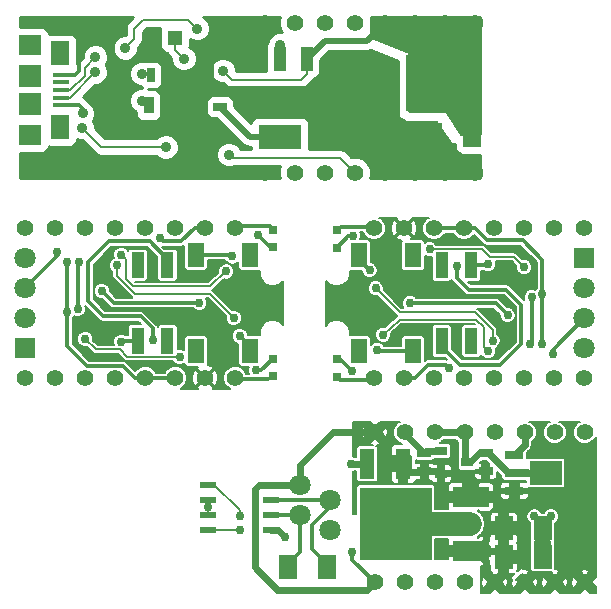
<source format=gbl>
G04 (created by PCBNEW (2013-jul-07)-stable) date Thu 09 Jan 2014 05:36:01 AM EST*
%MOIN*%
G04 Gerber Fmt 3.4, Leading zero omitted, Abs format*
%FSLAX34Y34*%
G01*
G70*
G90*
G04 APERTURE LIST*
%ADD10C,0.00590551*%
%ADD11C,0.0708661*%
%ADD12R,0.12X0.065*%
%ADD13R,0.24X0.24*%
%ADD14R,0.0394X0.0315*%
%ADD15R,0.0551X0.0236*%
%ADD16R,0.05X0.1*%
%ADD17R,0.06X0.08*%
%ADD18R,0.045X0.025*%
%ADD19C,0.055*%
%ADD20R,0.063X0.0276*%
%ADD21R,0.0827X0.0276*%
%ADD22R,0.1083X0.0787*%
%ADD23R,0.0708661X0.0708661*%
%ADD24R,0.0551181X0.0826772*%
%ADD25R,0.0433071X0.0866142*%
%ADD26R,0.0314X0.0314*%
%ADD27R,0.0747X0.0747*%
%ADD28R,0.0747X0.0748*%
%ADD29R,0.0747X0.0707*%
%ADD30R,0.0629X0.0825*%
%ADD31R,0.053X0.0157*%
%ADD32C,0.189*%
%ADD33R,0.189X0.189*%
%ADD34R,0.144X0.08*%
%ADD35R,0.04X0.08*%
%ADD36R,0.035X0.055*%
%ADD37R,0.025X0.045*%
%ADD38R,0.05X0.05*%
%ADD39C,0.03*%
%ADD40C,0.035*%
%ADD41C,0.0240157*%
%ADD42C,0.006*%
%ADD43C,0.012*%
%ADD44C,0.02*%
%ADD45C,0.008*%
%ADD46C,0.0120079*%
%ADD47C,0.0787402*%
%ADD48C,0.00787402*%
%ADD49C,0.01*%
G04 APERTURE END LIST*
G54D10*
G54D11*
X67821Y-59960D03*
X68821Y-60460D03*
X67821Y-60960D03*
X68821Y-61460D03*
G54D12*
X73521Y-60360D03*
G54D13*
X71021Y-61260D03*
G54D12*
X73521Y-62160D03*
G54D14*
X73404Y-59210D03*
X72538Y-58835D03*
X72538Y-59585D03*
G54D15*
X66871Y-61460D03*
X64771Y-61460D03*
X66871Y-60960D03*
X66871Y-60460D03*
X66871Y-59960D03*
X64771Y-60960D03*
X64771Y-60460D03*
X64771Y-59960D03*
G54D16*
X70071Y-59260D03*
X71271Y-59260D03*
G54D17*
X67421Y-62710D03*
X68721Y-62710D03*
X75921Y-62360D03*
X74621Y-62360D03*
X75921Y-61410D03*
X74621Y-61410D03*
G54D18*
X74021Y-58910D03*
X74021Y-59510D03*
X71971Y-58910D03*
X71971Y-59510D03*
G54D19*
X70321Y-63210D03*
X71321Y-63210D03*
X72321Y-63210D03*
X73321Y-63210D03*
X74321Y-63210D03*
X75321Y-63210D03*
X76321Y-63210D03*
X77321Y-63210D03*
X77321Y-58210D03*
X76321Y-58210D03*
X75321Y-58210D03*
X74321Y-58210D03*
X73321Y-58210D03*
X72321Y-58210D03*
X71321Y-58210D03*
X70321Y-58210D03*
G54D20*
X74973Y-60151D03*
G54D21*
X75071Y-59560D03*
G54D20*
X74973Y-58969D03*
G54D22*
X76016Y-59560D03*
G54D23*
X77300Y-52403D03*
G54D11*
X77300Y-53403D03*
X77300Y-54403D03*
X77300Y-55403D03*
G54D24*
X71600Y-55503D03*
X71600Y-52303D03*
X69800Y-55503D03*
X69800Y-52303D03*
G54D19*
X70300Y-56403D03*
X71300Y-56403D03*
X72300Y-56403D03*
X73300Y-56403D03*
X74300Y-56403D03*
X75300Y-56403D03*
X76300Y-56403D03*
X77300Y-56403D03*
X77300Y-51403D03*
X76300Y-51403D03*
X75300Y-51403D03*
X74300Y-51403D03*
X73300Y-51403D03*
X72300Y-51403D03*
X71300Y-51403D03*
X70300Y-51403D03*
G54D25*
X73542Y-52643D03*
X73542Y-55162D03*
X72557Y-55162D03*
X72557Y-52643D03*
G54D26*
X69050Y-52048D03*
X69050Y-51458D03*
X69050Y-55758D03*
X69050Y-56348D03*
G54D23*
X58670Y-55395D03*
G54D11*
X58670Y-54395D03*
X58670Y-53395D03*
X58670Y-52395D03*
G54D24*
X64370Y-52295D03*
X64370Y-55495D03*
X66170Y-52295D03*
X66170Y-55495D03*
G54D19*
X65670Y-51395D03*
X64670Y-51395D03*
X63670Y-51395D03*
X62670Y-51395D03*
X61670Y-51395D03*
X60670Y-51395D03*
X59670Y-51395D03*
X58670Y-51395D03*
X58670Y-56395D03*
X59670Y-56395D03*
X60670Y-56395D03*
X61670Y-56395D03*
X62670Y-56395D03*
X63670Y-56395D03*
X64670Y-56395D03*
X65670Y-56395D03*
G54D25*
X62428Y-55155D03*
X62428Y-52635D03*
X63412Y-52635D03*
X63412Y-55155D03*
G54D26*
X66920Y-55750D03*
X66920Y-56340D03*
X66920Y-52040D03*
X66920Y-51450D03*
G54D27*
X58826Y-47270D03*
G54D28*
X58826Y-46326D03*
G54D29*
X58826Y-45302D03*
G54D30*
X59830Y-48018D03*
G54D31*
X59880Y-47309D03*
X59880Y-47053D03*
X59880Y-46798D03*
X59880Y-46543D03*
X59880Y-46287D03*
G54D30*
X59830Y-45578D03*
G54D29*
X58826Y-48294D03*
G54D32*
X69906Y-46548D03*
G54D33*
X72306Y-46548D03*
G54D32*
X70806Y-48548D03*
G54D34*
X67156Y-48348D03*
G54D35*
X67156Y-45748D03*
X68056Y-45748D03*
X66256Y-45748D03*
G54D17*
X73556Y-48298D03*
X72256Y-48298D03*
G54D36*
X62781Y-47298D03*
X63531Y-47298D03*
G54D37*
X62856Y-46298D03*
X63456Y-46298D03*
G54D18*
X65156Y-47348D03*
X65156Y-46748D03*
G54D38*
X63656Y-45048D03*
G54D19*
X66656Y-49548D03*
X67656Y-49548D03*
X68656Y-49548D03*
X69656Y-49548D03*
X70656Y-49548D03*
X71656Y-49548D03*
X72656Y-49548D03*
X73656Y-49548D03*
X73656Y-44548D03*
X72656Y-44548D03*
X71656Y-44548D03*
X70656Y-44548D03*
X69656Y-44548D03*
X68656Y-44548D03*
X67656Y-44548D03*
X66656Y-44548D03*
G54D39*
X75921Y-62360D03*
X75646Y-61010D03*
X75921Y-61410D03*
X76196Y-61010D03*
X76071Y-61885D03*
X75771Y-61885D03*
X72150Y-52103D03*
X75300Y-52703D03*
X75550Y-53703D03*
X75500Y-55253D03*
X63820Y-55695D03*
X60670Y-55095D03*
X60420Y-54095D03*
X60470Y-52545D03*
G54D40*
X65256Y-46148D03*
G54D39*
X70400Y-52403D03*
X71550Y-54853D03*
X74000Y-52953D03*
X65570Y-55395D03*
X64420Y-52945D03*
X61970Y-54845D03*
G54D40*
X64406Y-44748D03*
X62006Y-45398D03*
G54D39*
X67346Y-61710D03*
X75900Y-53603D03*
X75900Y-55253D03*
X60070Y-54195D03*
X60070Y-52545D03*
G54D40*
X67156Y-48148D03*
X67156Y-45298D03*
G54D39*
X69521Y-59260D03*
X74750Y-54303D03*
X71500Y-53903D03*
X61220Y-53495D03*
X64470Y-53895D03*
X76250Y-55603D03*
X59720Y-52195D03*
X74100Y-52603D03*
X61870Y-55195D03*
X73050Y-52653D03*
X62920Y-55145D03*
G54D40*
X65456Y-48948D03*
G54D39*
X72800Y-56053D03*
X63170Y-51745D03*
X70350Y-53403D03*
X74250Y-55153D03*
X65620Y-54395D03*
X61720Y-52645D03*
X70600Y-54953D03*
X74100Y-55503D03*
X65370Y-52845D03*
X61870Y-52295D03*
X70150Y-52803D03*
X65820Y-54995D03*
X70400Y-55453D03*
X70721Y-59710D03*
X69571Y-62185D03*
X65570Y-52345D03*
G54D40*
X62856Y-45048D03*
X63356Y-48048D03*
X63556Y-46748D03*
X60456Y-44898D03*
G54D39*
X72896Y-61260D03*
X73496Y-61260D03*
X73196Y-61460D03*
X73196Y-61085D03*
X65821Y-61460D03*
X69550Y-56153D03*
X66420Y-51645D03*
X69600Y-51653D03*
X66370Y-56145D03*
X64771Y-60710D03*
X65821Y-61010D03*
G54D40*
X60556Y-48048D03*
X63356Y-48698D03*
X61006Y-45698D03*
X61006Y-46198D03*
X63956Y-45748D03*
X62556Y-46248D03*
X62556Y-47148D03*
X60581Y-47573D03*
G54D41*
X75921Y-61410D02*
X75921Y-61285D01*
X75921Y-61410D02*
X75921Y-61310D01*
X75771Y-61885D02*
X76071Y-61885D01*
X75921Y-61560D02*
X76071Y-61885D01*
X75921Y-61410D02*
X75921Y-61560D01*
X75921Y-61635D02*
X75771Y-61885D01*
X75921Y-61410D02*
X75921Y-61635D01*
X75921Y-61410D02*
X75921Y-61260D01*
X75321Y-58210D02*
X75321Y-58621D01*
X75321Y-58621D02*
X74973Y-58969D01*
G54D42*
X74150Y-52353D02*
X74950Y-52353D01*
X72150Y-52103D02*
X73900Y-52103D01*
X73900Y-52103D02*
X74150Y-52353D01*
X74950Y-52353D02*
X75300Y-52703D01*
G54D43*
X75550Y-55203D02*
X75550Y-53703D01*
X75550Y-55203D02*
X75500Y-55253D01*
G54D42*
X61820Y-55445D02*
X61020Y-55445D01*
X63820Y-55695D02*
X62070Y-55695D01*
X62070Y-55695D02*
X61820Y-55445D01*
X61020Y-55445D02*
X60670Y-55095D01*
G54D43*
X60420Y-52595D02*
X60420Y-54095D01*
X60420Y-52595D02*
X60470Y-52545D01*
G54D44*
X70056Y-45148D02*
X70656Y-44548D01*
G54D45*
X68056Y-45748D02*
X68056Y-46248D01*
G54D44*
X73556Y-48298D02*
X73556Y-47798D01*
X73556Y-47798D02*
X72306Y-46548D01*
G54D45*
X67856Y-46448D02*
X65556Y-46448D01*
X65556Y-46448D02*
X65256Y-46148D01*
X68056Y-46248D02*
X67856Y-46448D01*
G54D44*
X68056Y-45748D02*
X68656Y-45148D01*
X68656Y-45148D02*
X70056Y-45148D01*
G54D41*
X72538Y-58835D02*
X72046Y-58835D01*
X72046Y-58835D02*
X71971Y-58910D01*
X71321Y-58210D02*
X71321Y-58260D01*
X71321Y-58260D02*
X71971Y-58910D01*
G54D45*
X62306Y-44748D02*
X62606Y-44448D01*
X64106Y-44448D02*
X64406Y-44748D01*
X62606Y-44448D02*
X64106Y-44448D01*
X62306Y-45098D02*
X62306Y-44748D01*
X62006Y-45398D02*
X62306Y-45098D01*
G54D41*
X74021Y-58910D02*
X73796Y-58910D01*
X73496Y-59210D02*
X73404Y-59210D01*
X73796Y-58910D02*
X73496Y-59210D01*
X75071Y-59560D02*
X76016Y-59560D01*
X66871Y-61460D02*
X67096Y-61460D01*
X67096Y-61460D02*
X67346Y-61710D01*
X74021Y-58910D02*
X74121Y-58910D01*
X74771Y-59560D02*
X75071Y-59560D01*
X74121Y-58910D02*
X74771Y-59560D01*
X72321Y-58210D02*
X73321Y-58210D01*
X73321Y-58210D02*
X73321Y-59127D01*
X73321Y-59127D02*
X73404Y-59210D01*
G54D43*
X73300Y-51403D02*
X73650Y-51403D01*
X75900Y-52453D02*
X75900Y-53603D01*
X75900Y-52453D02*
X75250Y-51803D01*
X75250Y-51803D02*
X74050Y-51803D01*
X73650Y-51403D02*
X74050Y-51803D01*
X75900Y-53603D02*
X75900Y-55253D01*
X73300Y-51403D02*
X72300Y-51403D01*
X62670Y-56395D02*
X62320Y-56395D01*
X60070Y-55345D02*
X60070Y-54195D01*
X60070Y-55345D02*
X60720Y-55995D01*
X60720Y-55995D02*
X61920Y-55995D01*
X62320Y-56395D02*
X61920Y-55995D01*
X60070Y-54195D02*
X60070Y-52545D01*
X62670Y-56395D02*
X63670Y-56395D01*
G54D44*
X67156Y-48148D02*
X67156Y-48348D01*
X65156Y-47348D02*
X66156Y-48348D01*
X66156Y-48348D02*
X67156Y-48348D01*
X67156Y-45748D02*
X67156Y-45298D01*
G54D41*
X69521Y-59260D02*
X70071Y-59260D01*
G54D43*
X71500Y-53903D02*
X74350Y-53903D01*
X74350Y-53903D02*
X74750Y-54303D01*
X64470Y-53895D02*
X61620Y-53895D01*
X61620Y-53895D02*
X61220Y-53495D01*
X77300Y-54403D02*
X76250Y-55453D01*
X76250Y-55453D02*
X76250Y-55603D01*
X58670Y-53395D02*
X59720Y-52345D01*
X59720Y-52345D02*
X59720Y-52195D01*
X73542Y-52643D02*
X74059Y-52643D01*
X74059Y-52643D02*
X74100Y-52603D01*
X62428Y-55155D02*
X61910Y-55155D01*
X61910Y-55155D02*
X61870Y-55195D01*
X73050Y-52653D02*
X73050Y-53053D01*
X72557Y-55361D02*
X72557Y-55162D01*
X73150Y-55953D02*
X72557Y-55361D01*
X74500Y-55953D02*
X73150Y-55953D01*
X75200Y-55253D02*
X74500Y-55953D01*
X75200Y-53953D02*
X75200Y-55253D01*
X74700Y-53453D02*
X75200Y-53953D01*
X73450Y-53453D02*
X74700Y-53453D01*
X73050Y-53053D02*
X73450Y-53453D01*
X62920Y-55145D02*
X62920Y-54745D01*
X63412Y-52437D02*
X63412Y-52635D01*
X62820Y-51845D02*
X63412Y-52437D01*
X61470Y-51845D02*
X62820Y-51845D01*
X60770Y-52545D02*
X61470Y-51845D01*
X60770Y-53845D02*
X60770Y-52545D01*
X61270Y-54345D02*
X60770Y-53845D01*
X62520Y-54345D02*
X61270Y-54345D01*
X62920Y-54745D02*
X62520Y-54345D01*
G54D45*
X65556Y-49048D02*
X69156Y-49048D01*
X65456Y-48948D02*
X65556Y-49048D01*
X69156Y-49048D02*
X69656Y-49548D01*
G54D43*
X71650Y-56403D02*
X71300Y-56403D01*
X72100Y-55953D02*
X71650Y-56403D01*
X72700Y-55953D02*
X72100Y-55953D01*
X72800Y-56053D02*
X72700Y-55953D01*
X64320Y-51395D02*
X64670Y-51395D01*
X63870Y-51845D02*
X64320Y-51395D01*
X63270Y-51845D02*
X63870Y-51845D01*
X63170Y-51745D02*
X63270Y-51845D01*
G54D42*
X74250Y-54803D02*
X74250Y-55153D01*
X74250Y-54803D02*
X73650Y-54203D01*
X73650Y-54203D02*
X71150Y-54203D01*
X71150Y-54203D02*
X70350Y-53403D01*
X61720Y-52995D02*
X61720Y-52645D01*
X61720Y-52995D02*
X62320Y-53595D01*
X62320Y-53595D02*
X64820Y-53595D01*
X64820Y-53595D02*
X65620Y-54395D01*
X74100Y-55503D02*
X73950Y-55353D01*
X71150Y-54453D02*
X70600Y-54953D01*
X73700Y-54453D02*
X71150Y-54453D01*
X73950Y-54703D02*
X73700Y-54453D01*
X73950Y-55353D02*
X73950Y-54703D01*
X61870Y-52295D02*
X62020Y-52445D01*
X64820Y-53345D02*
X65370Y-52845D01*
X62270Y-53345D02*
X64820Y-53345D01*
X62020Y-53095D02*
X62270Y-53345D01*
X62020Y-52445D02*
X62020Y-53095D01*
G54D43*
X69800Y-52453D02*
X69800Y-52303D01*
X70150Y-52803D02*
X69800Y-52453D01*
X66170Y-55345D02*
X66170Y-55495D01*
X65820Y-54995D02*
X66170Y-55345D01*
X70400Y-55453D02*
X70450Y-55503D01*
X70450Y-55503D02*
X71600Y-55503D01*
G54D41*
X73521Y-62160D02*
X73671Y-62160D01*
X73671Y-62160D02*
X74021Y-61810D01*
X74021Y-61810D02*
X74021Y-61710D01*
X74021Y-62510D02*
X74021Y-62710D01*
X73671Y-62160D02*
X74021Y-62510D01*
X73521Y-62160D02*
X74421Y-62160D01*
X74421Y-62160D02*
X74621Y-62360D01*
X71971Y-59510D02*
X72463Y-59510D01*
X72463Y-59510D02*
X72538Y-59585D01*
X71271Y-59260D02*
X71546Y-59535D01*
X71946Y-59535D02*
X71971Y-59510D01*
X71546Y-59535D02*
X71946Y-59535D01*
G54D46*
X69571Y-62460D02*
X70321Y-63210D01*
X69571Y-62185D02*
X69571Y-62460D01*
G54D41*
X67821Y-59960D02*
X67821Y-59310D01*
X68921Y-58210D02*
X70321Y-58210D01*
X67821Y-59310D02*
X68921Y-58210D01*
X66871Y-59960D02*
X66471Y-59960D01*
X66471Y-59960D02*
X66321Y-60110D01*
X66321Y-60110D02*
X66321Y-62710D01*
X70071Y-63460D02*
X70321Y-63210D01*
X67071Y-63460D02*
X70071Y-63460D01*
X66321Y-62710D02*
X67071Y-63460D01*
X67821Y-59960D02*
X66871Y-59960D01*
G54D43*
X69050Y-56348D02*
X69155Y-56453D01*
X70250Y-56453D02*
X70300Y-56403D01*
X69155Y-56453D02*
X70250Y-56453D01*
X70200Y-51303D02*
X70300Y-51403D01*
X69205Y-51353D02*
X70200Y-51353D01*
X66920Y-51450D02*
X66815Y-51345D01*
X65720Y-51345D02*
X65670Y-51395D01*
X66815Y-51345D02*
X65720Y-51345D01*
X65770Y-56495D02*
X65670Y-56395D01*
X66765Y-56445D02*
X65770Y-56445D01*
X65570Y-52345D02*
X65520Y-52295D01*
X65520Y-52295D02*
X64370Y-52295D01*
G54D44*
X69706Y-46748D02*
X69906Y-46548D01*
G54D45*
X63531Y-47923D02*
X63481Y-47923D01*
G54D44*
X62856Y-45348D02*
X62856Y-45048D01*
X72256Y-48298D02*
X71056Y-48298D01*
X64856Y-45548D02*
X64856Y-46748D01*
X65156Y-49548D02*
X63531Y-47923D01*
X65156Y-46748D02*
X66256Y-46748D01*
X63531Y-47298D02*
X63531Y-46748D01*
G54D45*
X63481Y-47923D02*
X63356Y-48048D01*
G54D44*
X63456Y-46298D02*
X63456Y-45948D01*
X63456Y-45948D02*
X62856Y-45348D01*
X63531Y-46748D02*
X63531Y-46373D01*
X63531Y-47923D02*
X63531Y-47298D01*
G54D45*
X63556Y-46748D02*
X63531Y-46748D01*
G54D43*
X60317Y-46287D02*
X59880Y-46287D01*
X60317Y-46287D02*
X60456Y-46148D01*
X60456Y-46148D02*
X60456Y-44898D01*
G54D44*
X66256Y-45748D02*
X66256Y-44948D01*
X71056Y-48298D02*
X70806Y-48548D01*
X64856Y-46748D02*
X65156Y-46748D01*
X63531Y-46373D02*
X63456Y-46298D01*
X63531Y-46748D02*
X64856Y-46748D01*
X66256Y-45748D02*
X66056Y-45548D01*
X66656Y-49548D02*
X65156Y-49548D01*
X66056Y-45548D02*
X64856Y-45548D01*
X66256Y-44948D02*
X66656Y-44548D01*
X66256Y-46748D02*
X69706Y-46748D01*
G54D47*
X71021Y-61260D02*
X73496Y-61260D01*
G54D41*
X73496Y-61260D02*
X73474Y-61282D01*
G54D46*
X68221Y-61310D02*
X68221Y-62110D01*
X68821Y-60710D02*
X68221Y-61310D01*
X68821Y-60460D02*
X68821Y-60710D01*
X68721Y-62610D02*
X68721Y-62710D01*
X68221Y-62110D02*
X68721Y-62610D01*
X68821Y-60460D02*
X66871Y-60460D01*
G54D42*
X64771Y-61460D02*
X65821Y-61460D01*
G54D43*
X69050Y-55758D02*
X69155Y-55758D01*
X69155Y-55758D02*
X69550Y-56153D01*
X69550Y-56153D02*
X69550Y-56140D01*
X66920Y-52040D02*
X66815Y-52040D01*
X66815Y-52040D02*
X66420Y-51645D01*
X66420Y-51645D02*
X66420Y-51658D01*
X69050Y-52048D02*
X69445Y-51653D01*
X69445Y-51653D02*
X69600Y-51653D01*
X69600Y-51653D02*
X69563Y-51653D01*
X66920Y-55750D02*
X66525Y-56145D01*
X66525Y-56145D02*
X66370Y-56145D01*
X66370Y-56145D02*
X66407Y-56145D01*
G54D42*
X64771Y-60710D02*
X64771Y-60960D01*
X64771Y-60460D02*
X64771Y-60710D01*
G54D46*
X67821Y-60960D02*
X67821Y-62210D01*
X67421Y-62610D02*
X67421Y-62710D01*
X67821Y-62210D02*
X67421Y-62610D01*
X67821Y-60960D02*
X66871Y-60960D01*
G54D42*
X65821Y-61010D02*
X65821Y-60810D01*
X65821Y-60810D02*
X64971Y-59960D01*
X64771Y-59960D02*
X64971Y-59960D01*
G54D45*
X60556Y-48048D02*
X61206Y-48698D01*
X61206Y-48698D02*
X61556Y-48698D01*
X61556Y-48698D02*
X63356Y-48698D01*
X60656Y-46048D02*
X61006Y-45698D01*
X60656Y-46318D02*
X60656Y-46048D01*
X60176Y-46798D02*
X60656Y-46318D01*
X59880Y-46798D02*
X60176Y-46798D01*
X59880Y-47053D02*
X60151Y-47053D01*
X60151Y-47053D02*
X61006Y-46198D01*
X63956Y-45748D02*
X63656Y-45448D01*
X63656Y-45448D02*
X63656Y-45048D01*
X62606Y-46298D02*
X62856Y-46298D01*
X62556Y-46248D02*
X62606Y-46298D01*
G54D43*
X62706Y-47298D02*
X62781Y-47298D01*
X62556Y-47148D02*
X62706Y-47298D01*
X60467Y-47309D02*
X60581Y-47423D01*
X60581Y-47423D02*
X60581Y-47573D01*
X59880Y-47309D02*
X60467Y-47309D01*
G54D10*
G36*
X74159Y-62323D02*
X73777Y-62323D01*
X73777Y-62421D01*
X73265Y-62421D01*
X73265Y-62323D01*
X72800Y-62323D01*
X72759Y-62363D01*
X72759Y-62421D01*
X72339Y-62421D01*
X72339Y-61772D01*
X72772Y-61772D01*
X72759Y-61803D01*
X72759Y-61957D01*
X72800Y-61998D01*
X73265Y-61998D01*
X73265Y-61896D01*
X73777Y-61896D01*
X73777Y-61998D01*
X74159Y-61998D01*
X74159Y-62120D01*
X74159Y-62323D01*
X74159Y-62323D01*
G37*
G54D48*
X74159Y-62323D02*
X73777Y-62323D01*
X73777Y-62421D01*
X73265Y-62421D01*
X73265Y-62323D01*
X72800Y-62323D01*
X72759Y-62363D01*
X72759Y-62421D01*
X72339Y-62421D01*
X72339Y-61772D01*
X72772Y-61772D01*
X72759Y-61803D01*
X72759Y-61957D01*
X72800Y-61998D01*
X73265Y-61998D01*
X73265Y-61896D01*
X73777Y-61896D01*
X73777Y-61998D01*
X74159Y-61998D01*
X74159Y-62120D01*
X74159Y-62323D01*
G54D10*
G36*
X77683Y-63572D02*
X77493Y-63572D01*
X77493Y-62844D01*
X77458Y-62787D01*
X77286Y-62767D01*
X77183Y-62787D01*
X77149Y-62844D01*
X77321Y-63016D01*
X77493Y-62844D01*
X77493Y-63572D01*
X77489Y-63572D01*
X77321Y-63405D01*
X77153Y-63572D01*
X77126Y-63572D01*
X77126Y-63210D01*
X76954Y-63038D01*
X76898Y-63073D01*
X76877Y-63245D01*
X76898Y-63348D01*
X76954Y-63382D01*
X77126Y-63210D01*
X77126Y-63572D01*
X76764Y-63572D01*
X76764Y-63175D01*
X76744Y-63073D01*
X76687Y-63038D01*
X76515Y-63210D01*
X76687Y-63382D01*
X76744Y-63348D01*
X76764Y-63175D01*
X76764Y-63572D01*
X76493Y-63572D01*
X76493Y-62844D01*
X76458Y-62787D01*
X76339Y-62773D01*
X76339Y-62737D01*
X76339Y-61937D01*
X76339Y-61937D01*
X76339Y-61832D01*
X76339Y-61832D01*
X76339Y-61787D01*
X76339Y-61241D01*
X76347Y-61238D01*
X76423Y-61162D01*
X76464Y-61064D01*
X76464Y-60957D01*
X76423Y-60858D01*
X76348Y-60783D01*
X76249Y-60742D01*
X76143Y-60742D01*
X76044Y-60783D01*
X75969Y-60858D01*
X75955Y-60892D01*
X75887Y-60892D01*
X75873Y-60858D01*
X75798Y-60783D01*
X75699Y-60742D01*
X75593Y-60742D01*
X75494Y-60783D01*
X75449Y-60828D01*
X75449Y-60321D01*
X75449Y-60260D01*
X75409Y-60220D01*
X75130Y-60220D01*
X75130Y-60410D01*
X75171Y-60451D01*
X75256Y-60451D01*
X75320Y-60451D01*
X75379Y-60426D01*
X75425Y-60380D01*
X75449Y-60321D01*
X75449Y-60828D01*
X75419Y-60858D01*
X75378Y-60957D01*
X75378Y-61063D01*
X75418Y-61162D01*
X75494Y-61237D01*
X75503Y-61241D01*
X75503Y-61834D01*
X75503Y-61834D01*
X75503Y-61938D01*
X75503Y-61938D01*
X75503Y-61984D01*
X75503Y-62784D01*
X75521Y-62827D01*
X75554Y-62860D01*
X75597Y-62878D01*
X75644Y-62878D01*
X76183Y-62878D01*
X76321Y-63016D01*
X76493Y-62844D01*
X76493Y-63572D01*
X76489Y-63572D01*
X76321Y-63405D01*
X76153Y-63572D01*
X76126Y-63572D01*
X76126Y-63210D01*
X75954Y-63038D01*
X75898Y-63073D01*
X75877Y-63245D01*
X75898Y-63348D01*
X75954Y-63382D01*
X76126Y-63210D01*
X76126Y-63572D01*
X75764Y-63572D01*
X75764Y-63175D01*
X75744Y-63073D01*
X75687Y-63038D01*
X75515Y-63210D01*
X75687Y-63382D01*
X75744Y-63348D01*
X75764Y-63175D01*
X75764Y-63572D01*
X75493Y-63572D01*
X75493Y-62844D01*
X75458Y-62787D01*
X75286Y-62767D01*
X75247Y-62774D01*
X75188Y-62715D01*
X75082Y-62820D01*
X75062Y-62841D01*
X75082Y-62792D01*
X75082Y-62728D01*
X75082Y-61992D01*
X75082Y-61928D01*
X75064Y-61885D01*
X75082Y-61842D01*
X75082Y-61778D01*
X75082Y-61042D01*
X75082Y-60978D01*
X75058Y-60919D01*
X75012Y-60873D01*
X74953Y-60849D01*
X74815Y-60849D01*
X74815Y-60410D01*
X74815Y-60220D01*
X74815Y-60082D01*
X74815Y-59892D01*
X74775Y-59852D01*
X74690Y-59852D01*
X74626Y-59852D01*
X74566Y-59876D01*
X74521Y-59922D01*
X74496Y-59981D01*
X74496Y-60042D01*
X74537Y-60082D01*
X74815Y-60082D01*
X74815Y-60220D01*
X74537Y-60220D01*
X74496Y-60260D01*
X74496Y-60321D01*
X74521Y-60380D01*
X74566Y-60426D01*
X74626Y-60451D01*
X74690Y-60451D01*
X74775Y-60451D01*
X74815Y-60410D01*
X74815Y-60849D01*
X74811Y-60849D01*
X74771Y-60889D01*
X74771Y-61210D01*
X75042Y-61210D01*
X75082Y-61170D01*
X75082Y-61042D01*
X75082Y-61778D01*
X75082Y-61650D01*
X75042Y-61610D01*
X74771Y-61610D01*
X74771Y-61839D01*
X74771Y-61931D01*
X74771Y-62160D01*
X75042Y-62160D01*
X75082Y-62120D01*
X75082Y-61992D01*
X75082Y-62728D01*
X75082Y-62600D01*
X75042Y-62560D01*
X74771Y-62560D01*
X74771Y-62881D01*
X74811Y-62922D01*
X74953Y-62922D01*
X75001Y-62902D01*
X74826Y-63077D01*
X74890Y-63141D01*
X74877Y-63245D01*
X74898Y-63348D01*
X74954Y-63382D01*
X75126Y-63210D01*
X75082Y-63166D01*
X75037Y-63121D01*
X75082Y-63076D01*
X75231Y-62926D01*
X75321Y-63016D01*
X75493Y-62844D01*
X75493Y-63572D01*
X75489Y-63572D01*
X75321Y-63405D01*
X75153Y-63572D01*
X75126Y-63572D01*
X74764Y-63572D01*
X74764Y-63175D01*
X74744Y-63073D01*
X74687Y-63038D01*
X74515Y-63210D01*
X74687Y-63382D01*
X74744Y-63348D01*
X74764Y-63175D01*
X74764Y-63572D01*
X74489Y-63572D01*
X74321Y-63405D01*
X74153Y-63572D01*
X74126Y-63572D01*
X74126Y-63210D01*
X73954Y-63038D01*
X73898Y-63073D01*
X73877Y-63245D01*
X73898Y-63348D01*
X73954Y-63382D01*
X74126Y-63210D01*
X74126Y-63572D01*
X73860Y-63572D01*
X73860Y-62647D01*
X74089Y-62647D01*
X74153Y-62647D01*
X74159Y-62644D01*
X74159Y-62728D01*
X74159Y-62792D01*
X74168Y-62813D01*
X74149Y-62844D01*
X74321Y-63016D01*
X74415Y-62922D01*
X74430Y-62922D01*
X74471Y-62881D01*
X74471Y-62866D01*
X74493Y-62844D01*
X74471Y-62808D01*
X74471Y-62560D01*
X74357Y-62560D01*
X74357Y-62160D01*
X74471Y-62160D01*
X74471Y-61931D01*
X74471Y-61839D01*
X74471Y-61610D01*
X74471Y-61210D01*
X74471Y-60889D01*
X74430Y-60849D01*
X74407Y-60849D01*
X74289Y-60849D01*
X74282Y-60851D01*
X74229Y-60873D01*
X74184Y-60919D01*
X74159Y-60978D01*
X74159Y-61042D01*
X74159Y-61170D01*
X74200Y-61210D01*
X74471Y-61210D01*
X74471Y-61610D01*
X74200Y-61610D01*
X74159Y-61650D01*
X74159Y-61676D01*
X74153Y-61674D01*
X74089Y-61674D01*
X73817Y-61674D01*
X73777Y-61714D01*
X73777Y-61676D01*
X73858Y-61622D01*
X73969Y-61456D01*
X74008Y-61260D01*
X73969Y-61064D01*
X73858Y-60898D01*
X73777Y-60844D01*
X73777Y-60806D01*
X73817Y-60847D01*
X74089Y-60847D01*
X74153Y-60847D01*
X74212Y-60822D01*
X74258Y-60776D01*
X74282Y-60717D01*
X74282Y-60003D01*
X74258Y-59944D01*
X74212Y-59898D01*
X74153Y-59874D01*
X74089Y-59874D01*
X73908Y-59874D01*
X73908Y-59756D01*
X73908Y-59573D01*
X73675Y-59573D01*
X73634Y-59613D01*
X73634Y-59667D01*
X73659Y-59726D01*
X73704Y-59772D01*
X73764Y-59797D01*
X73828Y-59797D01*
X73868Y-59797D01*
X73908Y-59756D01*
X73908Y-59874D01*
X73817Y-59874D01*
X73777Y-59914D01*
X73777Y-60198D01*
X74242Y-60198D01*
X74282Y-60157D01*
X74282Y-60003D01*
X74282Y-60717D01*
X74282Y-60563D01*
X74242Y-60523D01*
X73777Y-60523D01*
X73777Y-60624D01*
X73265Y-60624D01*
X73265Y-60523D01*
X73265Y-60198D01*
X73265Y-59914D01*
X73225Y-59874D01*
X72953Y-59874D01*
X72896Y-59874D01*
X72896Y-59775D01*
X72896Y-59396D01*
X72872Y-59336D01*
X72826Y-59291D01*
X72767Y-59266D01*
X72703Y-59266D01*
X72677Y-59266D01*
X72636Y-59307D01*
X72636Y-59506D01*
X72856Y-59506D01*
X72896Y-59466D01*
X72896Y-59396D01*
X72896Y-59775D01*
X72896Y-59704D01*
X72856Y-59664D01*
X72636Y-59664D01*
X72636Y-59864D01*
X72677Y-59904D01*
X72703Y-59904D01*
X72767Y-59904D01*
X72826Y-59879D01*
X72872Y-59834D01*
X72896Y-59775D01*
X72896Y-59874D01*
X72889Y-59874D01*
X72829Y-59898D01*
X72784Y-59944D01*
X72759Y-60003D01*
X72759Y-60157D01*
X72800Y-60198D01*
X73265Y-60198D01*
X73265Y-60523D01*
X72800Y-60523D01*
X72759Y-60563D01*
X72759Y-60717D01*
X72772Y-60748D01*
X72439Y-60748D01*
X72439Y-59864D01*
X72439Y-59664D01*
X72357Y-59664D01*
X72357Y-59613D01*
X72341Y-59597D01*
X72341Y-59506D01*
X72439Y-59506D01*
X72439Y-59307D01*
X72399Y-59266D01*
X72373Y-59266D01*
X72309Y-59266D01*
X72306Y-59267D01*
X72287Y-59248D01*
X72228Y-59224D01*
X72164Y-59224D01*
X72124Y-59224D01*
X72083Y-59264D01*
X72083Y-59448D01*
X72179Y-59448D01*
X72179Y-59466D01*
X72179Y-59573D01*
X72083Y-59573D01*
X72083Y-59756D01*
X72124Y-59797D01*
X72164Y-59797D01*
X72179Y-59797D01*
X72179Y-59841D01*
X72211Y-59841D01*
X72249Y-59879D01*
X72309Y-59904D01*
X72373Y-59904D01*
X72399Y-59904D01*
X72439Y-59864D01*
X72439Y-60748D01*
X72339Y-60748D01*
X72339Y-60037D01*
X72321Y-59993D01*
X72288Y-59960D01*
X72244Y-59942D01*
X72197Y-59942D01*
X71858Y-59942D01*
X71146Y-59942D01*
X71146Y-59881D01*
X71146Y-59510D01*
X70900Y-59510D01*
X70859Y-59550D01*
X70859Y-59728D01*
X70859Y-59792D01*
X70884Y-59852D01*
X70929Y-59897D01*
X70989Y-59922D01*
X71105Y-59922D01*
X71146Y-59881D01*
X71146Y-59942D01*
X70764Y-59942D01*
X70764Y-58175D01*
X70744Y-58073D01*
X70687Y-58038D01*
X70515Y-58210D01*
X70687Y-58382D01*
X70744Y-58348D01*
X70764Y-58175D01*
X70764Y-59942D01*
X69797Y-59942D01*
X69754Y-59960D01*
X69721Y-59993D01*
X69703Y-60037D01*
X69703Y-60084D01*
X69703Y-60921D01*
X69610Y-60921D01*
X69610Y-59513D01*
X69646Y-59498D01*
X69703Y-59498D01*
X69703Y-59784D01*
X69721Y-59827D01*
X69754Y-59860D01*
X69797Y-59878D01*
X69844Y-59878D01*
X70344Y-59878D01*
X70388Y-59860D01*
X70421Y-59827D01*
X70439Y-59784D01*
X70439Y-59737D01*
X70439Y-58737D01*
X70421Y-58693D01*
X70388Y-58660D01*
X70367Y-58651D01*
X70458Y-58633D01*
X70493Y-58576D01*
X70321Y-58405D01*
X70149Y-58576D01*
X70183Y-58633D01*
X70257Y-58642D01*
X70126Y-58642D01*
X70126Y-58210D01*
X69954Y-58038D01*
X69898Y-58073D01*
X69877Y-58245D01*
X69898Y-58348D01*
X69954Y-58382D01*
X70126Y-58210D01*
X70126Y-58642D01*
X69797Y-58642D01*
X69754Y-58660D01*
X69721Y-58693D01*
X69703Y-58737D01*
X69703Y-58784D01*
X69703Y-59022D01*
X69646Y-59022D01*
X69610Y-59007D01*
X69610Y-57848D01*
X70153Y-57848D01*
X70321Y-58016D01*
X70489Y-57848D01*
X71168Y-57848D01*
X71098Y-57877D01*
X70988Y-57987D01*
X70928Y-58132D01*
X70928Y-58288D01*
X70987Y-58433D01*
X71098Y-58543D01*
X71231Y-58599D01*
X71105Y-58599D01*
X70989Y-58599D01*
X70929Y-58623D01*
X70884Y-58669D01*
X70859Y-58728D01*
X70859Y-58792D01*
X70859Y-58970D01*
X70900Y-59010D01*
X71146Y-59010D01*
X71146Y-58996D01*
X71396Y-58996D01*
X71396Y-59010D01*
X71521Y-59010D01*
X71521Y-59510D01*
X71396Y-59510D01*
X71396Y-59881D01*
X71436Y-59922D01*
X71553Y-59922D01*
X71612Y-59897D01*
X71658Y-59852D01*
X71682Y-59792D01*
X71682Y-59783D01*
X71714Y-59797D01*
X71778Y-59797D01*
X71818Y-59797D01*
X71858Y-59756D01*
X71858Y-59573D01*
X71746Y-59573D01*
X71746Y-59448D01*
X71858Y-59448D01*
X71858Y-59264D01*
X71818Y-59224D01*
X71778Y-59224D01*
X71714Y-59224D01*
X71682Y-59237D01*
X71682Y-59137D01*
X71722Y-59153D01*
X71769Y-59153D01*
X72219Y-59153D01*
X72263Y-59135D01*
X72296Y-59102D01*
X72296Y-59102D01*
X72317Y-59111D01*
X72364Y-59111D01*
X72758Y-59111D01*
X72802Y-59093D01*
X72835Y-59060D01*
X72853Y-59016D01*
X72853Y-58969D01*
X72853Y-58654D01*
X72835Y-58611D01*
X72802Y-58578D01*
X72758Y-58560D01*
X72711Y-58559D01*
X72505Y-58559D01*
X72543Y-58544D01*
X72639Y-58448D01*
X73003Y-58448D01*
X73083Y-58528D01*
X73083Y-59127D01*
X73083Y-59127D01*
X73089Y-59158D01*
X73089Y-59391D01*
X73107Y-59434D01*
X73140Y-59468D01*
X73183Y-59486D01*
X73230Y-59486D01*
X73624Y-59486D01*
X73668Y-59468D01*
X73688Y-59448D01*
X73908Y-59448D01*
X73908Y-59264D01*
X73868Y-59224D01*
X73828Y-59224D01*
X73819Y-59224D01*
X73889Y-59153D01*
X74027Y-59153D01*
X74136Y-59262D01*
X74133Y-59264D01*
X74133Y-59448D01*
X74246Y-59448D01*
X74246Y-59573D01*
X74133Y-59573D01*
X74133Y-59756D01*
X74174Y-59797D01*
X74214Y-59797D01*
X74278Y-59797D01*
X74337Y-59772D01*
X74343Y-59766D01*
X74407Y-59766D01*
X74407Y-59667D01*
X74407Y-59667D01*
X74407Y-59613D01*
X74407Y-59533D01*
X74539Y-59665D01*
X74539Y-59722D01*
X74557Y-59765D01*
X74590Y-59798D01*
X74634Y-59816D01*
X74681Y-59816D01*
X75356Y-59816D01*
X75356Y-59867D01*
X75320Y-59852D01*
X75256Y-59852D01*
X75171Y-59852D01*
X75130Y-59892D01*
X75130Y-60082D01*
X75409Y-60082D01*
X75428Y-60062D01*
X75451Y-60072D01*
X75498Y-60072D01*
X76581Y-60072D01*
X76624Y-60054D01*
X76657Y-60021D01*
X76675Y-59977D01*
X76675Y-59930D01*
X76675Y-59143D01*
X76657Y-59100D01*
X76624Y-59067D01*
X76581Y-59049D01*
X76534Y-59048D01*
X75451Y-59048D01*
X75407Y-59066D01*
X75406Y-59068D01*
X75406Y-58873D01*
X75489Y-58790D01*
X75489Y-58790D01*
X75489Y-58790D01*
X75541Y-58712D01*
X75541Y-58712D01*
X75559Y-58621D01*
X75559Y-58528D01*
X75654Y-58433D01*
X75714Y-58289D01*
X75714Y-58132D01*
X75654Y-57988D01*
X75544Y-57877D01*
X75474Y-57848D01*
X76168Y-57848D01*
X76098Y-57877D01*
X75988Y-57987D01*
X75928Y-58132D01*
X75928Y-58288D01*
X75987Y-58433D01*
X76098Y-58543D01*
X76242Y-58603D01*
X76399Y-58603D01*
X76543Y-58544D01*
X76654Y-58433D01*
X76714Y-58289D01*
X76714Y-58132D01*
X76654Y-57988D01*
X76544Y-57877D01*
X76474Y-57848D01*
X77168Y-57848D01*
X77098Y-57877D01*
X76988Y-57987D01*
X76928Y-58132D01*
X76928Y-58288D01*
X76987Y-58433D01*
X77098Y-58543D01*
X77242Y-58603D01*
X77399Y-58603D01*
X77543Y-58544D01*
X77654Y-58433D01*
X77683Y-58363D01*
X77683Y-63042D01*
X77515Y-63210D01*
X77683Y-63378D01*
X77683Y-63572D01*
X77683Y-63572D01*
G37*
G54D48*
X77683Y-63572D02*
X77493Y-63572D01*
X77493Y-62844D01*
X77458Y-62787D01*
X77286Y-62767D01*
X77183Y-62787D01*
X77149Y-62844D01*
X77321Y-63016D01*
X77493Y-62844D01*
X77493Y-63572D01*
X77489Y-63572D01*
X77321Y-63405D01*
X77153Y-63572D01*
X77126Y-63572D01*
X77126Y-63210D01*
X76954Y-63038D01*
X76898Y-63073D01*
X76877Y-63245D01*
X76898Y-63348D01*
X76954Y-63382D01*
X77126Y-63210D01*
X77126Y-63572D01*
X76764Y-63572D01*
X76764Y-63175D01*
X76744Y-63073D01*
X76687Y-63038D01*
X76515Y-63210D01*
X76687Y-63382D01*
X76744Y-63348D01*
X76764Y-63175D01*
X76764Y-63572D01*
X76493Y-63572D01*
X76493Y-62844D01*
X76458Y-62787D01*
X76339Y-62773D01*
X76339Y-62737D01*
X76339Y-61937D01*
X76339Y-61937D01*
X76339Y-61832D01*
X76339Y-61832D01*
X76339Y-61787D01*
X76339Y-61241D01*
X76347Y-61238D01*
X76423Y-61162D01*
X76464Y-61064D01*
X76464Y-60957D01*
X76423Y-60858D01*
X76348Y-60783D01*
X76249Y-60742D01*
X76143Y-60742D01*
X76044Y-60783D01*
X75969Y-60858D01*
X75955Y-60892D01*
X75887Y-60892D01*
X75873Y-60858D01*
X75798Y-60783D01*
X75699Y-60742D01*
X75593Y-60742D01*
X75494Y-60783D01*
X75449Y-60828D01*
X75449Y-60321D01*
X75449Y-60260D01*
X75409Y-60220D01*
X75130Y-60220D01*
X75130Y-60410D01*
X75171Y-60451D01*
X75256Y-60451D01*
X75320Y-60451D01*
X75379Y-60426D01*
X75425Y-60380D01*
X75449Y-60321D01*
X75449Y-60828D01*
X75419Y-60858D01*
X75378Y-60957D01*
X75378Y-61063D01*
X75418Y-61162D01*
X75494Y-61237D01*
X75503Y-61241D01*
X75503Y-61834D01*
X75503Y-61834D01*
X75503Y-61938D01*
X75503Y-61938D01*
X75503Y-61984D01*
X75503Y-62784D01*
X75521Y-62827D01*
X75554Y-62860D01*
X75597Y-62878D01*
X75644Y-62878D01*
X76183Y-62878D01*
X76321Y-63016D01*
X76493Y-62844D01*
X76493Y-63572D01*
X76489Y-63572D01*
X76321Y-63405D01*
X76153Y-63572D01*
X76126Y-63572D01*
X76126Y-63210D01*
X75954Y-63038D01*
X75898Y-63073D01*
X75877Y-63245D01*
X75898Y-63348D01*
X75954Y-63382D01*
X76126Y-63210D01*
X76126Y-63572D01*
X75764Y-63572D01*
X75764Y-63175D01*
X75744Y-63073D01*
X75687Y-63038D01*
X75515Y-63210D01*
X75687Y-63382D01*
X75744Y-63348D01*
X75764Y-63175D01*
X75764Y-63572D01*
X75493Y-63572D01*
X75493Y-62844D01*
X75458Y-62787D01*
X75286Y-62767D01*
X75247Y-62774D01*
X75188Y-62715D01*
X75082Y-62820D01*
X75062Y-62841D01*
X75082Y-62792D01*
X75082Y-62728D01*
X75082Y-61992D01*
X75082Y-61928D01*
X75064Y-61885D01*
X75082Y-61842D01*
X75082Y-61778D01*
X75082Y-61042D01*
X75082Y-60978D01*
X75058Y-60919D01*
X75012Y-60873D01*
X74953Y-60849D01*
X74815Y-60849D01*
X74815Y-60410D01*
X74815Y-60220D01*
X74815Y-60082D01*
X74815Y-59892D01*
X74775Y-59852D01*
X74690Y-59852D01*
X74626Y-59852D01*
X74566Y-59876D01*
X74521Y-59922D01*
X74496Y-59981D01*
X74496Y-60042D01*
X74537Y-60082D01*
X74815Y-60082D01*
X74815Y-60220D01*
X74537Y-60220D01*
X74496Y-60260D01*
X74496Y-60321D01*
X74521Y-60380D01*
X74566Y-60426D01*
X74626Y-60451D01*
X74690Y-60451D01*
X74775Y-60451D01*
X74815Y-60410D01*
X74815Y-60849D01*
X74811Y-60849D01*
X74771Y-60889D01*
X74771Y-61210D01*
X75042Y-61210D01*
X75082Y-61170D01*
X75082Y-61042D01*
X75082Y-61778D01*
X75082Y-61650D01*
X75042Y-61610D01*
X74771Y-61610D01*
X74771Y-61839D01*
X74771Y-61931D01*
X74771Y-62160D01*
X75042Y-62160D01*
X75082Y-62120D01*
X75082Y-61992D01*
X75082Y-62728D01*
X75082Y-62600D01*
X75042Y-62560D01*
X74771Y-62560D01*
X74771Y-62881D01*
X74811Y-62922D01*
X74953Y-62922D01*
X75001Y-62902D01*
X74826Y-63077D01*
X74890Y-63141D01*
X74877Y-63245D01*
X74898Y-63348D01*
X74954Y-63382D01*
X75126Y-63210D01*
X75082Y-63166D01*
X75037Y-63121D01*
X75082Y-63076D01*
X75231Y-62926D01*
X75321Y-63016D01*
X75493Y-62844D01*
X75493Y-63572D01*
X75489Y-63572D01*
X75321Y-63405D01*
X75153Y-63572D01*
X75126Y-63572D01*
X74764Y-63572D01*
X74764Y-63175D01*
X74744Y-63073D01*
X74687Y-63038D01*
X74515Y-63210D01*
X74687Y-63382D01*
X74744Y-63348D01*
X74764Y-63175D01*
X74764Y-63572D01*
X74489Y-63572D01*
X74321Y-63405D01*
X74153Y-63572D01*
X74126Y-63572D01*
X74126Y-63210D01*
X73954Y-63038D01*
X73898Y-63073D01*
X73877Y-63245D01*
X73898Y-63348D01*
X73954Y-63382D01*
X74126Y-63210D01*
X74126Y-63572D01*
X73860Y-63572D01*
X73860Y-62647D01*
X74089Y-62647D01*
X74153Y-62647D01*
X74159Y-62644D01*
X74159Y-62728D01*
X74159Y-62792D01*
X74168Y-62813D01*
X74149Y-62844D01*
X74321Y-63016D01*
X74415Y-62922D01*
X74430Y-62922D01*
X74471Y-62881D01*
X74471Y-62866D01*
X74493Y-62844D01*
X74471Y-62808D01*
X74471Y-62560D01*
X74357Y-62560D01*
X74357Y-62160D01*
X74471Y-62160D01*
X74471Y-61931D01*
X74471Y-61839D01*
X74471Y-61610D01*
X74471Y-61210D01*
X74471Y-60889D01*
X74430Y-60849D01*
X74407Y-60849D01*
X74289Y-60849D01*
X74282Y-60851D01*
X74229Y-60873D01*
X74184Y-60919D01*
X74159Y-60978D01*
X74159Y-61042D01*
X74159Y-61170D01*
X74200Y-61210D01*
X74471Y-61210D01*
X74471Y-61610D01*
X74200Y-61610D01*
X74159Y-61650D01*
X74159Y-61676D01*
X74153Y-61674D01*
X74089Y-61674D01*
X73817Y-61674D01*
X73777Y-61714D01*
X73777Y-61676D01*
X73858Y-61622D01*
X73969Y-61456D01*
X74008Y-61260D01*
X73969Y-61064D01*
X73858Y-60898D01*
X73777Y-60844D01*
X73777Y-60806D01*
X73817Y-60847D01*
X74089Y-60847D01*
X74153Y-60847D01*
X74212Y-60822D01*
X74258Y-60776D01*
X74282Y-60717D01*
X74282Y-60003D01*
X74258Y-59944D01*
X74212Y-59898D01*
X74153Y-59874D01*
X74089Y-59874D01*
X73908Y-59874D01*
X73908Y-59756D01*
X73908Y-59573D01*
X73675Y-59573D01*
X73634Y-59613D01*
X73634Y-59667D01*
X73659Y-59726D01*
X73704Y-59772D01*
X73764Y-59797D01*
X73828Y-59797D01*
X73868Y-59797D01*
X73908Y-59756D01*
X73908Y-59874D01*
X73817Y-59874D01*
X73777Y-59914D01*
X73777Y-60198D01*
X74242Y-60198D01*
X74282Y-60157D01*
X74282Y-60003D01*
X74282Y-60717D01*
X74282Y-60563D01*
X74242Y-60523D01*
X73777Y-60523D01*
X73777Y-60624D01*
X73265Y-60624D01*
X73265Y-60523D01*
X73265Y-60198D01*
X73265Y-59914D01*
X73225Y-59874D01*
X72953Y-59874D01*
X72896Y-59874D01*
X72896Y-59775D01*
X72896Y-59396D01*
X72872Y-59336D01*
X72826Y-59291D01*
X72767Y-59266D01*
X72703Y-59266D01*
X72677Y-59266D01*
X72636Y-59307D01*
X72636Y-59506D01*
X72856Y-59506D01*
X72896Y-59466D01*
X72896Y-59396D01*
X72896Y-59775D01*
X72896Y-59704D01*
X72856Y-59664D01*
X72636Y-59664D01*
X72636Y-59864D01*
X72677Y-59904D01*
X72703Y-59904D01*
X72767Y-59904D01*
X72826Y-59879D01*
X72872Y-59834D01*
X72896Y-59775D01*
X72896Y-59874D01*
X72889Y-59874D01*
X72829Y-59898D01*
X72784Y-59944D01*
X72759Y-60003D01*
X72759Y-60157D01*
X72800Y-60198D01*
X73265Y-60198D01*
X73265Y-60523D01*
X72800Y-60523D01*
X72759Y-60563D01*
X72759Y-60717D01*
X72772Y-60748D01*
X72439Y-60748D01*
X72439Y-59864D01*
X72439Y-59664D01*
X72357Y-59664D01*
X72357Y-59613D01*
X72341Y-59597D01*
X72341Y-59506D01*
X72439Y-59506D01*
X72439Y-59307D01*
X72399Y-59266D01*
X72373Y-59266D01*
X72309Y-59266D01*
X72306Y-59267D01*
X72287Y-59248D01*
X72228Y-59224D01*
X72164Y-59224D01*
X72124Y-59224D01*
X72083Y-59264D01*
X72083Y-59448D01*
X72179Y-59448D01*
X72179Y-59466D01*
X72179Y-59573D01*
X72083Y-59573D01*
X72083Y-59756D01*
X72124Y-59797D01*
X72164Y-59797D01*
X72179Y-59797D01*
X72179Y-59841D01*
X72211Y-59841D01*
X72249Y-59879D01*
X72309Y-59904D01*
X72373Y-59904D01*
X72399Y-59904D01*
X72439Y-59864D01*
X72439Y-60748D01*
X72339Y-60748D01*
X72339Y-60037D01*
X72321Y-59993D01*
X72288Y-59960D01*
X72244Y-59942D01*
X72197Y-59942D01*
X71858Y-59942D01*
X71146Y-59942D01*
X71146Y-59881D01*
X71146Y-59510D01*
X70900Y-59510D01*
X70859Y-59550D01*
X70859Y-59728D01*
X70859Y-59792D01*
X70884Y-59852D01*
X70929Y-59897D01*
X70989Y-59922D01*
X71105Y-59922D01*
X71146Y-59881D01*
X71146Y-59942D01*
X70764Y-59942D01*
X70764Y-58175D01*
X70744Y-58073D01*
X70687Y-58038D01*
X70515Y-58210D01*
X70687Y-58382D01*
X70744Y-58348D01*
X70764Y-58175D01*
X70764Y-59942D01*
X69797Y-59942D01*
X69754Y-59960D01*
X69721Y-59993D01*
X69703Y-60037D01*
X69703Y-60084D01*
X69703Y-60921D01*
X69610Y-60921D01*
X69610Y-59513D01*
X69646Y-59498D01*
X69703Y-59498D01*
X69703Y-59784D01*
X69721Y-59827D01*
X69754Y-59860D01*
X69797Y-59878D01*
X69844Y-59878D01*
X70344Y-59878D01*
X70388Y-59860D01*
X70421Y-59827D01*
X70439Y-59784D01*
X70439Y-59737D01*
X70439Y-58737D01*
X70421Y-58693D01*
X70388Y-58660D01*
X70367Y-58651D01*
X70458Y-58633D01*
X70493Y-58576D01*
X70321Y-58405D01*
X70149Y-58576D01*
X70183Y-58633D01*
X70257Y-58642D01*
X70126Y-58642D01*
X70126Y-58210D01*
X69954Y-58038D01*
X69898Y-58073D01*
X69877Y-58245D01*
X69898Y-58348D01*
X69954Y-58382D01*
X70126Y-58210D01*
X70126Y-58642D01*
X69797Y-58642D01*
X69754Y-58660D01*
X69721Y-58693D01*
X69703Y-58737D01*
X69703Y-58784D01*
X69703Y-59022D01*
X69646Y-59022D01*
X69610Y-59007D01*
X69610Y-57848D01*
X70153Y-57848D01*
X70321Y-58016D01*
X70489Y-57848D01*
X71168Y-57848D01*
X71098Y-57877D01*
X70988Y-57987D01*
X70928Y-58132D01*
X70928Y-58288D01*
X70987Y-58433D01*
X71098Y-58543D01*
X71231Y-58599D01*
X71105Y-58599D01*
X70989Y-58599D01*
X70929Y-58623D01*
X70884Y-58669D01*
X70859Y-58728D01*
X70859Y-58792D01*
X70859Y-58970D01*
X70900Y-59010D01*
X71146Y-59010D01*
X71146Y-58996D01*
X71396Y-58996D01*
X71396Y-59010D01*
X71521Y-59010D01*
X71521Y-59510D01*
X71396Y-59510D01*
X71396Y-59881D01*
X71436Y-59922D01*
X71553Y-59922D01*
X71612Y-59897D01*
X71658Y-59852D01*
X71682Y-59792D01*
X71682Y-59783D01*
X71714Y-59797D01*
X71778Y-59797D01*
X71818Y-59797D01*
X71858Y-59756D01*
X71858Y-59573D01*
X71746Y-59573D01*
X71746Y-59448D01*
X71858Y-59448D01*
X71858Y-59264D01*
X71818Y-59224D01*
X71778Y-59224D01*
X71714Y-59224D01*
X71682Y-59237D01*
X71682Y-59137D01*
X71722Y-59153D01*
X71769Y-59153D01*
X72219Y-59153D01*
X72263Y-59135D01*
X72296Y-59102D01*
X72296Y-59102D01*
X72317Y-59111D01*
X72364Y-59111D01*
X72758Y-59111D01*
X72802Y-59093D01*
X72835Y-59060D01*
X72853Y-59016D01*
X72853Y-58969D01*
X72853Y-58654D01*
X72835Y-58611D01*
X72802Y-58578D01*
X72758Y-58560D01*
X72711Y-58559D01*
X72505Y-58559D01*
X72543Y-58544D01*
X72639Y-58448D01*
X73003Y-58448D01*
X73083Y-58528D01*
X73083Y-59127D01*
X73083Y-59127D01*
X73089Y-59158D01*
X73089Y-59391D01*
X73107Y-59434D01*
X73140Y-59468D01*
X73183Y-59486D01*
X73230Y-59486D01*
X73624Y-59486D01*
X73668Y-59468D01*
X73688Y-59448D01*
X73908Y-59448D01*
X73908Y-59264D01*
X73868Y-59224D01*
X73828Y-59224D01*
X73819Y-59224D01*
X73889Y-59153D01*
X74027Y-59153D01*
X74136Y-59262D01*
X74133Y-59264D01*
X74133Y-59448D01*
X74246Y-59448D01*
X74246Y-59573D01*
X74133Y-59573D01*
X74133Y-59756D01*
X74174Y-59797D01*
X74214Y-59797D01*
X74278Y-59797D01*
X74337Y-59772D01*
X74343Y-59766D01*
X74407Y-59766D01*
X74407Y-59667D01*
X74407Y-59667D01*
X74407Y-59613D01*
X74407Y-59533D01*
X74539Y-59665D01*
X74539Y-59722D01*
X74557Y-59765D01*
X74590Y-59798D01*
X74634Y-59816D01*
X74681Y-59816D01*
X75356Y-59816D01*
X75356Y-59867D01*
X75320Y-59852D01*
X75256Y-59852D01*
X75171Y-59852D01*
X75130Y-59892D01*
X75130Y-60082D01*
X75409Y-60082D01*
X75428Y-60062D01*
X75451Y-60072D01*
X75498Y-60072D01*
X76581Y-60072D01*
X76624Y-60054D01*
X76657Y-60021D01*
X76675Y-59977D01*
X76675Y-59930D01*
X76675Y-59143D01*
X76657Y-59100D01*
X76624Y-59067D01*
X76581Y-59049D01*
X76534Y-59048D01*
X75451Y-59048D01*
X75407Y-59066D01*
X75406Y-59068D01*
X75406Y-58873D01*
X75489Y-58790D01*
X75489Y-58790D01*
X75489Y-58790D01*
X75541Y-58712D01*
X75541Y-58712D01*
X75559Y-58621D01*
X75559Y-58528D01*
X75654Y-58433D01*
X75714Y-58289D01*
X75714Y-58132D01*
X75654Y-57988D01*
X75544Y-57877D01*
X75474Y-57848D01*
X76168Y-57848D01*
X76098Y-57877D01*
X75988Y-57987D01*
X75928Y-58132D01*
X75928Y-58288D01*
X75987Y-58433D01*
X76098Y-58543D01*
X76242Y-58603D01*
X76399Y-58603D01*
X76543Y-58544D01*
X76654Y-58433D01*
X76714Y-58289D01*
X76714Y-58132D01*
X76654Y-57988D01*
X76544Y-57877D01*
X76474Y-57848D01*
X77168Y-57848D01*
X77098Y-57877D01*
X76988Y-57987D01*
X76928Y-58132D01*
X76928Y-58288D01*
X76987Y-58433D01*
X77098Y-58543D01*
X77242Y-58603D01*
X77399Y-58603D01*
X77543Y-58544D01*
X77654Y-58433D01*
X77683Y-58363D01*
X77683Y-63042D01*
X77515Y-63210D01*
X77683Y-63378D01*
X77683Y-63572D01*
G54D10*
G36*
X75721Y-53402D02*
X75672Y-53451D01*
X75668Y-53461D01*
X75603Y-53435D01*
X75496Y-53434D01*
X75398Y-53475D01*
X75322Y-53551D01*
X75281Y-53649D01*
X75281Y-53756D01*
X75300Y-53802D01*
X74825Y-53327D01*
X74768Y-53288D01*
X74700Y-53275D01*
X73523Y-53275D01*
X73443Y-53194D01*
X73782Y-53194D01*
X73825Y-53176D01*
X73858Y-53143D01*
X73876Y-53099D01*
X73876Y-53052D01*
X73876Y-52821D01*
X73939Y-52821D01*
X73947Y-52830D01*
X74046Y-52871D01*
X74153Y-52871D01*
X74251Y-52830D01*
X74327Y-52755D01*
X74368Y-52656D01*
X74368Y-52550D01*
X74347Y-52501D01*
X74888Y-52501D01*
X75033Y-52646D01*
X75031Y-52649D01*
X75031Y-52756D01*
X75072Y-52854D01*
X75147Y-52930D01*
X75246Y-52971D01*
X75353Y-52971D01*
X75451Y-52930D01*
X75527Y-52855D01*
X75568Y-52756D01*
X75568Y-52650D01*
X75527Y-52551D01*
X75452Y-52475D01*
X75353Y-52435D01*
X75246Y-52434D01*
X75242Y-52436D01*
X75054Y-52248D01*
X75006Y-52216D01*
X74997Y-52214D01*
X74950Y-52205D01*
X74949Y-52205D01*
X74211Y-52205D01*
X74004Y-51998D01*
X73956Y-51966D01*
X73947Y-51964D01*
X73900Y-51955D01*
X73899Y-51955D01*
X72378Y-51955D01*
X72377Y-51951D01*
X72302Y-51875D01*
X72203Y-51835D01*
X72096Y-51834D01*
X71998Y-51875D01*
X71993Y-51880D01*
X71993Y-51866D01*
X71975Y-51822D01*
X71942Y-51789D01*
X71899Y-51771D01*
X71852Y-51771D01*
X71737Y-51771D01*
X71737Y-51485D01*
X71735Y-51312D01*
X71672Y-51159D01*
X71601Y-51132D01*
X71330Y-51403D01*
X71601Y-51673D01*
X71672Y-51646D01*
X71737Y-51485D01*
X71737Y-51771D01*
X71545Y-51771D01*
X71570Y-51704D01*
X71300Y-51433D01*
X71269Y-51464D01*
X71269Y-51403D01*
X70998Y-51132D01*
X70927Y-51159D01*
X70862Y-51320D01*
X70864Y-51494D01*
X70927Y-51646D01*
X70998Y-51673D01*
X71269Y-51403D01*
X71269Y-51464D01*
X71029Y-51704D01*
X71056Y-51775D01*
X71217Y-51840D01*
X71206Y-51866D01*
X71206Y-51913D01*
X71206Y-52739D01*
X71224Y-52783D01*
X71257Y-52816D01*
X71300Y-52834D01*
X71347Y-52834D01*
X71898Y-52834D01*
X71942Y-52816D01*
X71975Y-52783D01*
X71993Y-52740D01*
X71993Y-52693D01*
X71993Y-52326D01*
X71997Y-52330D01*
X72096Y-52371D01*
X72203Y-52371D01*
X72223Y-52362D01*
X72223Y-53099D01*
X72241Y-53143D01*
X72274Y-53176D01*
X72317Y-53194D01*
X72364Y-53194D01*
X72797Y-53194D01*
X72841Y-53176D01*
X72874Y-53143D01*
X72884Y-53118D01*
X72885Y-53121D01*
X72924Y-53179D01*
X73324Y-53579D01*
X73324Y-53579D01*
X73381Y-53617D01*
X73381Y-53617D01*
X73449Y-53631D01*
X73450Y-53631D01*
X74626Y-53631D01*
X75021Y-54026D01*
X75021Y-55179D01*
X75018Y-55183D01*
X75018Y-54250D01*
X74977Y-54151D01*
X74902Y-54075D01*
X74803Y-54035D01*
X74733Y-54035D01*
X74475Y-53777D01*
X74418Y-53738D01*
X74350Y-53725D01*
X71701Y-53725D01*
X71652Y-53675D01*
X71553Y-53635D01*
X71446Y-53634D01*
X71348Y-53675D01*
X71272Y-53751D01*
X71231Y-53849D01*
X71231Y-53956D01*
X71272Y-54054D01*
X71272Y-54055D01*
X71211Y-54055D01*
X70616Y-53460D01*
X70618Y-53456D01*
X70618Y-53350D01*
X70577Y-53251D01*
X70502Y-53175D01*
X70403Y-53135D01*
X70296Y-53134D01*
X70198Y-53175D01*
X70122Y-53251D01*
X70081Y-53349D01*
X70081Y-53456D01*
X70122Y-53554D01*
X70197Y-53630D01*
X70296Y-53671D01*
X70403Y-53671D01*
X70407Y-53669D01*
X71045Y-54307D01*
X71045Y-54307D01*
X71075Y-54328D01*
X71050Y-54343D01*
X70667Y-54691D01*
X70653Y-54685D01*
X70546Y-54684D01*
X70448Y-54725D01*
X70372Y-54801D01*
X70331Y-54899D01*
X70331Y-55006D01*
X70372Y-55104D01*
X70447Y-55180D01*
X70546Y-55221D01*
X70653Y-55221D01*
X70751Y-55180D01*
X70827Y-55105D01*
X70868Y-55006D01*
X70868Y-54909D01*
X71206Y-54601D01*
X73638Y-54601D01*
X73649Y-54611D01*
X73302Y-54611D01*
X73258Y-54629D01*
X73225Y-54662D01*
X73207Y-54706D01*
X73207Y-54753D01*
X73207Y-55619D01*
X73225Y-55662D01*
X73258Y-55696D01*
X73301Y-55714D01*
X73348Y-55714D01*
X73782Y-55714D01*
X73825Y-55696D01*
X73858Y-55663D01*
X73867Y-55642D01*
X73872Y-55654D01*
X73947Y-55730D01*
X74046Y-55771D01*
X74153Y-55771D01*
X74251Y-55730D01*
X74327Y-55655D01*
X74368Y-55556D01*
X74368Y-55450D01*
X74348Y-55402D01*
X74401Y-55380D01*
X74477Y-55305D01*
X74518Y-55206D01*
X74518Y-55100D01*
X74477Y-55001D01*
X74402Y-54925D01*
X74398Y-54924D01*
X74398Y-54803D01*
X74386Y-54746D01*
X74386Y-54746D01*
X74354Y-54698D01*
X74354Y-54698D01*
X73754Y-54098D01*
X73729Y-54081D01*
X74276Y-54081D01*
X74481Y-54286D01*
X74481Y-54356D01*
X74522Y-54454D01*
X74597Y-54530D01*
X74696Y-54571D01*
X74803Y-54571D01*
X74901Y-54530D01*
X74977Y-54455D01*
X75018Y-54356D01*
X75018Y-54250D01*
X75018Y-55183D01*
X74426Y-55775D01*
X73223Y-55775D01*
X72892Y-55443D01*
X72892Y-54706D01*
X72874Y-54663D01*
X72841Y-54629D01*
X72798Y-54611D01*
X72751Y-54611D01*
X72317Y-54611D01*
X72274Y-54629D01*
X72241Y-54662D01*
X72223Y-54706D01*
X72223Y-54753D01*
X72223Y-55619D01*
X72241Y-55662D01*
X72274Y-55696D01*
X72317Y-55714D01*
X72364Y-55714D01*
X72659Y-55714D01*
X72724Y-55780D01*
X72700Y-55775D01*
X72100Y-55775D01*
X72031Y-55788D01*
X71993Y-55814D01*
X71993Y-55066D01*
X71975Y-55022D01*
X71942Y-54989D01*
X71899Y-54971D01*
X71852Y-54971D01*
X71301Y-54971D01*
X71257Y-54989D01*
X71224Y-55022D01*
X71206Y-55066D01*
X71206Y-55113D01*
X71206Y-55325D01*
X70637Y-55325D01*
X70627Y-55301D01*
X70552Y-55225D01*
X70453Y-55185D01*
X70346Y-55184D01*
X70248Y-55225D01*
X70193Y-55280D01*
X70193Y-55066D01*
X70175Y-55022D01*
X70142Y-54989D01*
X70099Y-54971D01*
X70052Y-54971D01*
X69501Y-54971D01*
X69486Y-54977D01*
X69487Y-54817D01*
X69421Y-54658D01*
X69299Y-54536D01*
X69140Y-54470D01*
X68968Y-54470D01*
X68808Y-54535D01*
X68697Y-54646D01*
X68697Y-53159D01*
X68808Y-53270D01*
X68967Y-53336D01*
X69139Y-53336D01*
X69298Y-53270D01*
X69420Y-53148D01*
X69486Y-52989D01*
X69487Y-52828D01*
X69500Y-52834D01*
X69547Y-52834D01*
X69881Y-52834D01*
X69881Y-52856D01*
X69922Y-52954D01*
X69997Y-53030D01*
X70096Y-53071D01*
X70203Y-53071D01*
X70301Y-53030D01*
X70377Y-52955D01*
X70418Y-52856D01*
X70418Y-52750D01*
X70377Y-52651D01*
X70302Y-52575D01*
X70203Y-52535D01*
X70193Y-52535D01*
X70193Y-51866D01*
X70175Y-51822D01*
X70142Y-51789D01*
X70099Y-51771D01*
X70052Y-51771D01*
X69841Y-51771D01*
X69868Y-51706D01*
X69868Y-51600D01*
X69839Y-51531D01*
X69927Y-51531D01*
X69966Y-51625D01*
X70077Y-51736D01*
X70221Y-51796D01*
X70377Y-51796D01*
X70522Y-51736D01*
X70633Y-51626D01*
X70693Y-51481D01*
X70693Y-51325D01*
X70633Y-51180D01*
X70522Y-51070D01*
X70476Y-51050D01*
X71048Y-51050D01*
X71029Y-51102D01*
X71300Y-51372D01*
X71570Y-51102D01*
X71551Y-51050D01*
X72123Y-51050D01*
X72077Y-51069D01*
X71966Y-51180D01*
X71906Y-51324D01*
X71906Y-51481D01*
X71966Y-51625D01*
X72077Y-51736D01*
X72221Y-51796D01*
X72377Y-51796D01*
X72522Y-51736D01*
X72633Y-51626D01*
X72651Y-51581D01*
X72948Y-51581D01*
X72966Y-51625D01*
X73077Y-51736D01*
X73221Y-51796D01*
X73377Y-51796D01*
X73522Y-51736D01*
X73627Y-51632D01*
X73924Y-51929D01*
X73924Y-51929D01*
X73981Y-51967D01*
X73981Y-51967D01*
X74049Y-51981D01*
X74050Y-51981D01*
X75176Y-51981D01*
X75721Y-52526D01*
X75721Y-53402D01*
X75721Y-53402D01*
G37*
G54D48*
X75721Y-53402D02*
X75672Y-53451D01*
X75668Y-53461D01*
X75603Y-53435D01*
X75496Y-53434D01*
X75398Y-53475D01*
X75322Y-53551D01*
X75281Y-53649D01*
X75281Y-53756D01*
X75300Y-53802D01*
X74825Y-53327D01*
X74768Y-53288D01*
X74700Y-53275D01*
X73523Y-53275D01*
X73443Y-53194D01*
X73782Y-53194D01*
X73825Y-53176D01*
X73858Y-53143D01*
X73876Y-53099D01*
X73876Y-53052D01*
X73876Y-52821D01*
X73939Y-52821D01*
X73947Y-52830D01*
X74046Y-52871D01*
X74153Y-52871D01*
X74251Y-52830D01*
X74327Y-52755D01*
X74368Y-52656D01*
X74368Y-52550D01*
X74347Y-52501D01*
X74888Y-52501D01*
X75033Y-52646D01*
X75031Y-52649D01*
X75031Y-52756D01*
X75072Y-52854D01*
X75147Y-52930D01*
X75246Y-52971D01*
X75353Y-52971D01*
X75451Y-52930D01*
X75527Y-52855D01*
X75568Y-52756D01*
X75568Y-52650D01*
X75527Y-52551D01*
X75452Y-52475D01*
X75353Y-52435D01*
X75246Y-52434D01*
X75242Y-52436D01*
X75054Y-52248D01*
X75006Y-52216D01*
X74997Y-52214D01*
X74950Y-52205D01*
X74949Y-52205D01*
X74211Y-52205D01*
X74004Y-51998D01*
X73956Y-51966D01*
X73947Y-51964D01*
X73900Y-51955D01*
X73899Y-51955D01*
X72378Y-51955D01*
X72377Y-51951D01*
X72302Y-51875D01*
X72203Y-51835D01*
X72096Y-51834D01*
X71998Y-51875D01*
X71993Y-51880D01*
X71993Y-51866D01*
X71975Y-51822D01*
X71942Y-51789D01*
X71899Y-51771D01*
X71852Y-51771D01*
X71737Y-51771D01*
X71737Y-51485D01*
X71735Y-51312D01*
X71672Y-51159D01*
X71601Y-51132D01*
X71330Y-51403D01*
X71601Y-51673D01*
X71672Y-51646D01*
X71737Y-51485D01*
X71737Y-51771D01*
X71545Y-51771D01*
X71570Y-51704D01*
X71300Y-51433D01*
X71269Y-51464D01*
X71269Y-51403D01*
X70998Y-51132D01*
X70927Y-51159D01*
X70862Y-51320D01*
X70864Y-51494D01*
X70927Y-51646D01*
X70998Y-51673D01*
X71269Y-51403D01*
X71269Y-51464D01*
X71029Y-51704D01*
X71056Y-51775D01*
X71217Y-51840D01*
X71206Y-51866D01*
X71206Y-51913D01*
X71206Y-52739D01*
X71224Y-52783D01*
X71257Y-52816D01*
X71300Y-52834D01*
X71347Y-52834D01*
X71898Y-52834D01*
X71942Y-52816D01*
X71975Y-52783D01*
X71993Y-52740D01*
X71993Y-52693D01*
X71993Y-52326D01*
X71997Y-52330D01*
X72096Y-52371D01*
X72203Y-52371D01*
X72223Y-52362D01*
X72223Y-53099D01*
X72241Y-53143D01*
X72274Y-53176D01*
X72317Y-53194D01*
X72364Y-53194D01*
X72797Y-53194D01*
X72841Y-53176D01*
X72874Y-53143D01*
X72884Y-53118D01*
X72885Y-53121D01*
X72924Y-53179D01*
X73324Y-53579D01*
X73324Y-53579D01*
X73381Y-53617D01*
X73381Y-53617D01*
X73449Y-53631D01*
X73450Y-53631D01*
X74626Y-53631D01*
X75021Y-54026D01*
X75021Y-55179D01*
X75018Y-55183D01*
X75018Y-54250D01*
X74977Y-54151D01*
X74902Y-54075D01*
X74803Y-54035D01*
X74733Y-54035D01*
X74475Y-53777D01*
X74418Y-53738D01*
X74350Y-53725D01*
X71701Y-53725D01*
X71652Y-53675D01*
X71553Y-53635D01*
X71446Y-53634D01*
X71348Y-53675D01*
X71272Y-53751D01*
X71231Y-53849D01*
X71231Y-53956D01*
X71272Y-54054D01*
X71272Y-54055D01*
X71211Y-54055D01*
X70616Y-53460D01*
X70618Y-53456D01*
X70618Y-53350D01*
X70577Y-53251D01*
X70502Y-53175D01*
X70403Y-53135D01*
X70296Y-53134D01*
X70198Y-53175D01*
X70122Y-53251D01*
X70081Y-53349D01*
X70081Y-53456D01*
X70122Y-53554D01*
X70197Y-53630D01*
X70296Y-53671D01*
X70403Y-53671D01*
X70407Y-53669D01*
X71045Y-54307D01*
X71045Y-54307D01*
X71075Y-54328D01*
X71050Y-54343D01*
X70667Y-54691D01*
X70653Y-54685D01*
X70546Y-54684D01*
X70448Y-54725D01*
X70372Y-54801D01*
X70331Y-54899D01*
X70331Y-55006D01*
X70372Y-55104D01*
X70447Y-55180D01*
X70546Y-55221D01*
X70653Y-55221D01*
X70751Y-55180D01*
X70827Y-55105D01*
X70868Y-55006D01*
X70868Y-54909D01*
X71206Y-54601D01*
X73638Y-54601D01*
X73649Y-54611D01*
X73302Y-54611D01*
X73258Y-54629D01*
X73225Y-54662D01*
X73207Y-54706D01*
X73207Y-54753D01*
X73207Y-55619D01*
X73225Y-55662D01*
X73258Y-55696D01*
X73301Y-55714D01*
X73348Y-55714D01*
X73782Y-55714D01*
X73825Y-55696D01*
X73858Y-55663D01*
X73867Y-55642D01*
X73872Y-55654D01*
X73947Y-55730D01*
X74046Y-55771D01*
X74153Y-55771D01*
X74251Y-55730D01*
X74327Y-55655D01*
X74368Y-55556D01*
X74368Y-55450D01*
X74348Y-55402D01*
X74401Y-55380D01*
X74477Y-55305D01*
X74518Y-55206D01*
X74518Y-55100D01*
X74477Y-55001D01*
X74402Y-54925D01*
X74398Y-54924D01*
X74398Y-54803D01*
X74386Y-54746D01*
X74386Y-54746D01*
X74354Y-54698D01*
X74354Y-54698D01*
X73754Y-54098D01*
X73729Y-54081D01*
X74276Y-54081D01*
X74481Y-54286D01*
X74481Y-54356D01*
X74522Y-54454D01*
X74597Y-54530D01*
X74696Y-54571D01*
X74803Y-54571D01*
X74901Y-54530D01*
X74977Y-54455D01*
X75018Y-54356D01*
X75018Y-54250D01*
X75018Y-55183D01*
X74426Y-55775D01*
X73223Y-55775D01*
X72892Y-55443D01*
X72892Y-54706D01*
X72874Y-54663D01*
X72841Y-54629D01*
X72798Y-54611D01*
X72751Y-54611D01*
X72317Y-54611D01*
X72274Y-54629D01*
X72241Y-54662D01*
X72223Y-54706D01*
X72223Y-54753D01*
X72223Y-55619D01*
X72241Y-55662D01*
X72274Y-55696D01*
X72317Y-55714D01*
X72364Y-55714D01*
X72659Y-55714D01*
X72724Y-55780D01*
X72700Y-55775D01*
X72100Y-55775D01*
X72031Y-55788D01*
X71993Y-55814D01*
X71993Y-55066D01*
X71975Y-55022D01*
X71942Y-54989D01*
X71899Y-54971D01*
X71852Y-54971D01*
X71301Y-54971D01*
X71257Y-54989D01*
X71224Y-55022D01*
X71206Y-55066D01*
X71206Y-55113D01*
X71206Y-55325D01*
X70637Y-55325D01*
X70627Y-55301D01*
X70552Y-55225D01*
X70453Y-55185D01*
X70346Y-55184D01*
X70248Y-55225D01*
X70193Y-55280D01*
X70193Y-55066D01*
X70175Y-55022D01*
X70142Y-54989D01*
X70099Y-54971D01*
X70052Y-54971D01*
X69501Y-54971D01*
X69486Y-54977D01*
X69487Y-54817D01*
X69421Y-54658D01*
X69299Y-54536D01*
X69140Y-54470D01*
X68968Y-54470D01*
X68808Y-54535D01*
X68697Y-54646D01*
X68697Y-53159D01*
X68808Y-53270D01*
X68967Y-53336D01*
X69139Y-53336D01*
X69298Y-53270D01*
X69420Y-53148D01*
X69486Y-52989D01*
X69487Y-52828D01*
X69500Y-52834D01*
X69547Y-52834D01*
X69881Y-52834D01*
X69881Y-52856D01*
X69922Y-52954D01*
X69997Y-53030D01*
X70096Y-53071D01*
X70203Y-53071D01*
X70301Y-53030D01*
X70377Y-52955D01*
X70418Y-52856D01*
X70418Y-52750D01*
X70377Y-52651D01*
X70302Y-52575D01*
X70203Y-52535D01*
X70193Y-52535D01*
X70193Y-51866D01*
X70175Y-51822D01*
X70142Y-51789D01*
X70099Y-51771D01*
X70052Y-51771D01*
X69841Y-51771D01*
X69868Y-51706D01*
X69868Y-51600D01*
X69839Y-51531D01*
X69927Y-51531D01*
X69966Y-51625D01*
X70077Y-51736D01*
X70221Y-51796D01*
X70377Y-51796D01*
X70522Y-51736D01*
X70633Y-51626D01*
X70693Y-51481D01*
X70693Y-51325D01*
X70633Y-51180D01*
X70522Y-51070D01*
X70476Y-51050D01*
X71048Y-51050D01*
X71029Y-51102D01*
X71300Y-51372D01*
X71570Y-51102D01*
X71551Y-51050D01*
X72123Y-51050D01*
X72077Y-51069D01*
X71966Y-51180D01*
X71906Y-51324D01*
X71906Y-51481D01*
X71966Y-51625D01*
X72077Y-51736D01*
X72221Y-51796D01*
X72377Y-51796D01*
X72522Y-51736D01*
X72633Y-51626D01*
X72651Y-51581D01*
X72948Y-51581D01*
X72966Y-51625D01*
X73077Y-51736D01*
X73221Y-51796D01*
X73377Y-51796D01*
X73522Y-51736D01*
X73627Y-51632D01*
X73924Y-51929D01*
X73924Y-51929D01*
X73981Y-51967D01*
X73981Y-51967D01*
X74049Y-51981D01*
X74050Y-51981D01*
X75176Y-51981D01*
X75721Y-52526D01*
X75721Y-53402D01*
G54D10*
G36*
X60248Y-54396D02*
X60297Y-54347D01*
X60302Y-54336D01*
X60366Y-54363D01*
X60473Y-54363D01*
X60572Y-54322D01*
X60647Y-54247D01*
X60688Y-54148D01*
X60688Y-54042D01*
X60669Y-53996D01*
X61144Y-54471D01*
X61202Y-54509D01*
X61270Y-54523D01*
X62446Y-54523D01*
X62527Y-54603D01*
X62188Y-54603D01*
X62144Y-54621D01*
X62111Y-54655D01*
X62093Y-54698D01*
X62093Y-54745D01*
X62093Y-54977D01*
X62031Y-54977D01*
X62022Y-54968D01*
X61924Y-54927D01*
X61817Y-54927D01*
X61718Y-54967D01*
X61643Y-55043D01*
X61602Y-55141D01*
X61602Y-55248D01*
X61622Y-55297D01*
X61081Y-55297D01*
X60937Y-55152D01*
X60938Y-55148D01*
X60938Y-55042D01*
X60897Y-54943D01*
X60822Y-54868D01*
X60724Y-54827D01*
X60617Y-54827D01*
X60518Y-54867D01*
X60443Y-54943D01*
X60402Y-55041D01*
X60402Y-55148D01*
X60443Y-55246D01*
X60518Y-55322D01*
X60616Y-55363D01*
X60723Y-55363D01*
X60727Y-55361D01*
X60915Y-55550D01*
X60963Y-55582D01*
X60973Y-55583D01*
X61020Y-55593D01*
X61020Y-55593D01*
X61759Y-55593D01*
X61965Y-55800D01*
X62013Y-55832D01*
X62023Y-55833D01*
X62070Y-55843D01*
X62070Y-55843D01*
X63591Y-55843D01*
X63593Y-55846D01*
X63668Y-55922D01*
X63766Y-55963D01*
X63873Y-55963D01*
X63972Y-55922D01*
X63976Y-55918D01*
X63976Y-55932D01*
X63994Y-55975D01*
X64027Y-56008D01*
X64071Y-56026D01*
X64118Y-56026D01*
X64233Y-56026D01*
X64233Y-56312D01*
X64234Y-56486D01*
X64298Y-56638D01*
X64369Y-56665D01*
X64639Y-56395D01*
X64369Y-56124D01*
X64298Y-56151D01*
X64233Y-56312D01*
X64233Y-56026D01*
X64425Y-56026D01*
X64400Y-56094D01*
X64670Y-56364D01*
X64701Y-56334D01*
X64701Y-56395D01*
X64971Y-56665D01*
X65042Y-56638D01*
X65107Y-56477D01*
X65106Y-56304D01*
X65042Y-56151D01*
X64971Y-56124D01*
X64701Y-56395D01*
X64701Y-56334D01*
X64940Y-56094D01*
X64914Y-56022D01*
X64753Y-55958D01*
X64764Y-55932D01*
X64764Y-55885D01*
X64764Y-55058D01*
X64746Y-55015D01*
X64713Y-54981D01*
X64669Y-54963D01*
X64622Y-54963D01*
X64071Y-54963D01*
X64028Y-54981D01*
X63994Y-55014D01*
X63976Y-55058D01*
X63976Y-55105D01*
X63976Y-55472D01*
X63972Y-55468D01*
X63874Y-55427D01*
X63767Y-55427D01*
X63747Y-55435D01*
X63747Y-54698D01*
X63729Y-54655D01*
X63696Y-54621D01*
X63652Y-54603D01*
X63605Y-54603D01*
X63172Y-54603D01*
X63129Y-54621D01*
X63095Y-54655D01*
X63085Y-54680D01*
X63085Y-54677D01*
X63046Y-54619D01*
X62646Y-54219D01*
X62646Y-54219D01*
X62588Y-54180D01*
X62588Y-54180D01*
X62520Y-54167D01*
X62520Y-54167D01*
X61344Y-54167D01*
X60948Y-53771D01*
X60948Y-52619D01*
X60952Y-52615D01*
X60952Y-53548D01*
X60993Y-53646D01*
X61068Y-53722D01*
X61166Y-53763D01*
X61236Y-53763D01*
X61494Y-54021D01*
X61552Y-54059D01*
X61620Y-54073D01*
X64269Y-54073D01*
X64318Y-54122D01*
X64416Y-54163D01*
X64523Y-54163D01*
X64622Y-54122D01*
X64697Y-54047D01*
X64738Y-53948D01*
X64738Y-53842D01*
X64697Y-53743D01*
X64697Y-53743D01*
X64759Y-53743D01*
X65353Y-54338D01*
X65352Y-54341D01*
X65352Y-54448D01*
X65393Y-54546D01*
X65468Y-54622D01*
X65566Y-54663D01*
X65673Y-54663D01*
X65772Y-54622D01*
X65847Y-54547D01*
X65888Y-54448D01*
X65888Y-54342D01*
X65847Y-54243D01*
X65772Y-54168D01*
X65674Y-54127D01*
X65567Y-54127D01*
X65563Y-54128D01*
X64925Y-53490D01*
X64925Y-53490D01*
X64894Y-53470D01*
X64920Y-53455D01*
X65302Y-53107D01*
X65316Y-53113D01*
X65423Y-53113D01*
X65522Y-53072D01*
X65597Y-52997D01*
X65638Y-52898D01*
X65638Y-52792D01*
X65597Y-52693D01*
X65522Y-52618D01*
X65424Y-52577D01*
X65317Y-52577D01*
X65218Y-52617D01*
X65143Y-52693D01*
X65102Y-52791D01*
X65102Y-52889D01*
X64763Y-53197D01*
X62331Y-53197D01*
X62321Y-53186D01*
X62668Y-53186D01*
X62711Y-53168D01*
X62744Y-53135D01*
X62762Y-53092D01*
X62763Y-53045D01*
X62763Y-52178D01*
X62745Y-52135D01*
X62711Y-52102D01*
X62668Y-52084D01*
X62621Y-52084D01*
X62188Y-52084D01*
X62144Y-52102D01*
X62111Y-52135D01*
X62103Y-52156D01*
X62097Y-52143D01*
X62022Y-52068D01*
X61924Y-52027D01*
X61817Y-52027D01*
X61718Y-52067D01*
X61643Y-52143D01*
X61602Y-52241D01*
X61602Y-52348D01*
X61621Y-52395D01*
X61568Y-52417D01*
X61493Y-52493D01*
X61452Y-52591D01*
X61452Y-52698D01*
X61493Y-52796D01*
X61568Y-52872D01*
X61572Y-52874D01*
X61572Y-52995D01*
X61583Y-53051D01*
X61583Y-53051D01*
X61615Y-53100D01*
X61615Y-53100D01*
X62215Y-53700D01*
X62241Y-53717D01*
X61694Y-53717D01*
X61488Y-53511D01*
X61488Y-53442D01*
X61447Y-53343D01*
X61372Y-53268D01*
X61274Y-53227D01*
X61167Y-53227D01*
X61068Y-53267D01*
X60993Y-53343D01*
X60952Y-53441D01*
X60952Y-53548D01*
X60952Y-52615D01*
X61544Y-52023D01*
X62746Y-52023D01*
X63077Y-52354D01*
X63077Y-53091D01*
X63095Y-53135D01*
X63129Y-53168D01*
X63172Y-53186D01*
X63219Y-53186D01*
X63652Y-53186D01*
X63695Y-53168D01*
X63729Y-53135D01*
X63747Y-53092D01*
X63747Y-53045D01*
X63747Y-52178D01*
X63729Y-52135D01*
X63696Y-52102D01*
X63652Y-52084D01*
X63605Y-52084D01*
X63311Y-52084D01*
X63245Y-52018D01*
X63270Y-52023D01*
X63870Y-52023D01*
X63938Y-52009D01*
X63976Y-51984D01*
X63976Y-52732D01*
X63994Y-52775D01*
X64027Y-52808D01*
X64071Y-52826D01*
X64118Y-52826D01*
X64669Y-52826D01*
X64712Y-52808D01*
X64746Y-52775D01*
X64764Y-52732D01*
X64764Y-52685D01*
X64764Y-52473D01*
X65333Y-52473D01*
X65343Y-52496D01*
X65418Y-52572D01*
X65516Y-52613D01*
X65623Y-52613D01*
X65722Y-52572D01*
X65776Y-52518D01*
X65776Y-52732D01*
X65794Y-52775D01*
X65827Y-52808D01*
X65871Y-52826D01*
X65918Y-52826D01*
X66469Y-52826D01*
X66483Y-52820D01*
X66483Y-52981D01*
X66549Y-53140D01*
X66670Y-53262D01*
X66830Y-53328D01*
X67002Y-53328D01*
X67161Y-53262D01*
X67272Y-53151D01*
X67272Y-54639D01*
X67162Y-54528D01*
X67003Y-54462D01*
X66830Y-54462D01*
X66671Y-54527D01*
X66549Y-54649D01*
X66483Y-54808D01*
X66483Y-54969D01*
X66469Y-54963D01*
X66422Y-54963D01*
X66088Y-54963D01*
X66088Y-54942D01*
X66047Y-54843D01*
X65972Y-54768D01*
X65874Y-54727D01*
X65767Y-54727D01*
X65668Y-54767D01*
X65593Y-54843D01*
X65552Y-54941D01*
X65552Y-55048D01*
X65593Y-55146D01*
X65668Y-55222D01*
X65766Y-55263D01*
X65776Y-55263D01*
X65776Y-55932D01*
X65794Y-55975D01*
X65827Y-56008D01*
X65871Y-56026D01*
X65918Y-56026D01*
X66129Y-56026D01*
X66102Y-56091D01*
X66102Y-56198D01*
X66130Y-56267D01*
X66042Y-56267D01*
X66003Y-56172D01*
X65893Y-56062D01*
X65749Y-56002D01*
X65592Y-56002D01*
X65448Y-56061D01*
X65337Y-56172D01*
X65277Y-56316D01*
X65277Y-56473D01*
X65337Y-56617D01*
X65447Y-56728D01*
X65493Y-56747D01*
X64921Y-56747D01*
X64940Y-56696D01*
X64670Y-56425D01*
X64400Y-56696D01*
X64419Y-56747D01*
X63847Y-56747D01*
X63892Y-56728D01*
X64003Y-56618D01*
X64063Y-56473D01*
X64063Y-56317D01*
X64003Y-56172D01*
X63893Y-56062D01*
X63749Y-56002D01*
X63592Y-56002D01*
X63448Y-56061D01*
X63337Y-56172D01*
X63318Y-56217D01*
X63022Y-56217D01*
X63003Y-56172D01*
X62893Y-56062D01*
X62749Y-56002D01*
X62592Y-56002D01*
X62448Y-56061D01*
X62343Y-56166D01*
X62046Y-55869D01*
X62046Y-55869D01*
X61988Y-55830D01*
X61988Y-55830D01*
X61920Y-55817D01*
X61920Y-55817D01*
X60794Y-55817D01*
X60248Y-55271D01*
X60248Y-54396D01*
X60248Y-54396D01*
G37*
G54D48*
X60248Y-54396D02*
X60297Y-54347D01*
X60302Y-54336D01*
X60366Y-54363D01*
X60473Y-54363D01*
X60572Y-54322D01*
X60647Y-54247D01*
X60688Y-54148D01*
X60688Y-54042D01*
X60669Y-53996D01*
X61144Y-54471D01*
X61202Y-54509D01*
X61270Y-54523D01*
X62446Y-54523D01*
X62527Y-54603D01*
X62188Y-54603D01*
X62144Y-54621D01*
X62111Y-54655D01*
X62093Y-54698D01*
X62093Y-54745D01*
X62093Y-54977D01*
X62031Y-54977D01*
X62022Y-54968D01*
X61924Y-54927D01*
X61817Y-54927D01*
X61718Y-54967D01*
X61643Y-55043D01*
X61602Y-55141D01*
X61602Y-55248D01*
X61622Y-55297D01*
X61081Y-55297D01*
X60937Y-55152D01*
X60938Y-55148D01*
X60938Y-55042D01*
X60897Y-54943D01*
X60822Y-54868D01*
X60724Y-54827D01*
X60617Y-54827D01*
X60518Y-54867D01*
X60443Y-54943D01*
X60402Y-55041D01*
X60402Y-55148D01*
X60443Y-55246D01*
X60518Y-55322D01*
X60616Y-55363D01*
X60723Y-55363D01*
X60727Y-55361D01*
X60915Y-55550D01*
X60963Y-55582D01*
X60973Y-55583D01*
X61020Y-55593D01*
X61020Y-55593D01*
X61759Y-55593D01*
X61965Y-55800D01*
X62013Y-55832D01*
X62023Y-55833D01*
X62070Y-55843D01*
X62070Y-55843D01*
X63591Y-55843D01*
X63593Y-55846D01*
X63668Y-55922D01*
X63766Y-55963D01*
X63873Y-55963D01*
X63972Y-55922D01*
X63976Y-55918D01*
X63976Y-55932D01*
X63994Y-55975D01*
X64027Y-56008D01*
X64071Y-56026D01*
X64118Y-56026D01*
X64233Y-56026D01*
X64233Y-56312D01*
X64234Y-56486D01*
X64298Y-56638D01*
X64369Y-56665D01*
X64639Y-56395D01*
X64369Y-56124D01*
X64298Y-56151D01*
X64233Y-56312D01*
X64233Y-56026D01*
X64425Y-56026D01*
X64400Y-56094D01*
X64670Y-56364D01*
X64701Y-56334D01*
X64701Y-56395D01*
X64971Y-56665D01*
X65042Y-56638D01*
X65107Y-56477D01*
X65106Y-56304D01*
X65042Y-56151D01*
X64971Y-56124D01*
X64701Y-56395D01*
X64701Y-56334D01*
X64940Y-56094D01*
X64914Y-56022D01*
X64753Y-55958D01*
X64764Y-55932D01*
X64764Y-55885D01*
X64764Y-55058D01*
X64746Y-55015D01*
X64713Y-54981D01*
X64669Y-54963D01*
X64622Y-54963D01*
X64071Y-54963D01*
X64028Y-54981D01*
X63994Y-55014D01*
X63976Y-55058D01*
X63976Y-55105D01*
X63976Y-55472D01*
X63972Y-55468D01*
X63874Y-55427D01*
X63767Y-55427D01*
X63747Y-55435D01*
X63747Y-54698D01*
X63729Y-54655D01*
X63696Y-54621D01*
X63652Y-54603D01*
X63605Y-54603D01*
X63172Y-54603D01*
X63129Y-54621D01*
X63095Y-54655D01*
X63085Y-54680D01*
X63085Y-54677D01*
X63046Y-54619D01*
X62646Y-54219D01*
X62646Y-54219D01*
X62588Y-54180D01*
X62588Y-54180D01*
X62520Y-54167D01*
X62520Y-54167D01*
X61344Y-54167D01*
X60948Y-53771D01*
X60948Y-52619D01*
X60952Y-52615D01*
X60952Y-53548D01*
X60993Y-53646D01*
X61068Y-53722D01*
X61166Y-53763D01*
X61236Y-53763D01*
X61494Y-54021D01*
X61552Y-54059D01*
X61620Y-54073D01*
X64269Y-54073D01*
X64318Y-54122D01*
X64416Y-54163D01*
X64523Y-54163D01*
X64622Y-54122D01*
X64697Y-54047D01*
X64738Y-53948D01*
X64738Y-53842D01*
X64697Y-53743D01*
X64697Y-53743D01*
X64759Y-53743D01*
X65353Y-54338D01*
X65352Y-54341D01*
X65352Y-54448D01*
X65393Y-54546D01*
X65468Y-54622D01*
X65566Y-54663D01*
X65673Y-54663D01*
X65772Y-54622D01*
X65847Y-54547D01*
X65888Y-54448D01*
X65888Y-54342D01*
X65847Y-54243D01*
X65772Y-54168D01*
X65674Y-54127D01*
X65567Y-54127D01*
X65563Y-54128D01*
X64925Y-53490D01*
X64925Y-53490D01*
X64894Y-53470D01*
X64920Y-53455D01*
X65302Y-53107D01*
X65316Y-53113D01*
X65423Y-53113D01*
X65522Y-53072D01*
X65597Y-52997D01*
X65638Y-52898D01*
X65638Y-52792D01*
X65597Y-52693D01*
X65522Y-52618D01*
X65424Y-52577D01*
X65317Y-52577D01*
X65218Y-52617D01*
X65143Y-52693D01*
X65102Y-52791D01*
X65102Y-52889D01*
X64763Y-53197D01*
X62331Y-53197D01*
X62321Y-53186D01*
X62668Y-53186D01*
X62711Y-53168D01*
X62744Y-53135D01*
X62762Y-53092D01*
X62763Y-53045D01*
X62763Y-52178D01*
X62745Y-52135D01*
X62711Y-52102D01*
X62668Y-52084D01*
X62621Y-52084D01*
X62188Y-52084D01*
X62144Y-52102D01*
X62111Y-52135D01*
X62103Y-52156D01*
X62097Y-52143D01*
X62022Y-52068D01*
X61924Y-52027D01*
X61817Y-52027D01*
X61718Y-52067D01*
X61643Y-52143D01*
X61602Y-52241D01*
X61602Y-52348D01*
X61621Y-52395D01*
X61568Y-52417D01*
X61493Y-52493D01*
X61452Y-52591D01*
X61452Y-52698D01*
X61493Y-52796D01*
X61568Y-52872D01*
X61572Y-52874D01*
X61572Y-52995D01*
X61583Y-53051D01*
X61583Y-53051D01*
X61615Y-53100D01*
X61615Y-53100D01*
X62215Y-53700D01*
X62241Y-53717D01*
X61694Y-53717D01*
X61488Y-53511D01*
X61488Y-53442D01*
X61447Y-53343D01*
X61372Y-53268D01*
X61274Y-53227D01*
X61167Y-53227D01*
X61068Y-53267D01*
X60993Y-53343D01*
X60952Y-53441D01*
X60952Y-53548D01*
X60952Y-52615D01*
X61544Y-52023D01*
X62746Y-52023D01*
X63077Y-52354D01*
X63077Y-53091D01*
X63095Y-53135D01*
X63129Y-53168D01*
X63172Y-53186D01*
X63219Y-53186D01*
X63652Y-53186D01*
X63695Y-53168D01*
X63729Y-53135D01*
X63747Y-53092D01*
X63747Y-53045D01*
X63747Y-52178D01*
X63729Y-52135D01*
X63696Y-52102D01*
X63652Y-52084D01*
X63605Y-52084D01*
X63311Y-52084D01*
X63245Y-52018D01*
X63270Y-52023D01*
X63870Y-52023D01*
X63938Y-52009D01*
X63976Y-51984D01*
X63976Y-52732D01*
X63994Y-52775D01*
X64027Y-52808D01*
X64071Y-52826D01*
X64118Y-52826D01*
X64669Y-52826D01*
X64712Y-52808D01*
X64746Y-52775D01*
X64764Y-52732D01*
X64764Y-52685D01*
X64764Y-52473D01*
X65333Y-52473D01*
X65343Y-52496D01*
X65418Y-52572D01*
X65516Y-52613D01*
X65623Y-52613D01*
X65722Y-52572D01*
X65776Y-52518D01*
X65776Y-52732D01*
X65794Y-52775D01*
X65827Y-52808D01*
X65871Y-52826D01*
X65918Y-52826D01*
X66469Y-52826D01*
X66483Y-52820D01*
X66483Y-52981D01*
X66549Y-53140D01*
X66670Y-53262D01*
X66830Y-53328D01*
X67002Y-53328D01*
X67161Y-53262D01*
X67272Y-53151D01*
X67272Y-54639D01*
X67162Y-54528D01*
X67003Y-54462D01*
X66830Y-54462D01*
X66671Y-54527D01*
X66549Y-54649D01*
X66483Y-54808D01*
X66483Y-54969D01*
X66469Y-54963D01*
X66422Y-54963D01*
X66088Y-54963D01*
X66088Y-54942D01*
X66047Y-54843D01*
X65972Y-54768D01*
X65874Y-54727D01*
X65767Y-54727D01*
X65668Y-54767D01*
X65593Y-54843D01*
X65552Y-54941D01*
X65552Y-55048D01*
X65593Y-55146D01*
X65668Y-55222D01*
X65766Y-55263D01*
X65776Y-55263D01*
X65776Y-55932D01*
X65794Y-55975D01*
X65827Y-56008D01*
X65871Y-56026D01*
X65918Y-56026D01*
X66129Y-56026D01*
X66102Y-56091D01*
X66102Y-56198D01*
X66130Y-56267D01*
X66042Y-56267D01*
X66003Y-56172D01*
X65893Y-56062D01*
X65749Y-56002D01*
X65592Y-56002D01*
X65448Y-56061D01*
X65337Y-56172D01*
X65277Y-56316D01*
X65277Y-56473D01*
X65337Y-56617D01*
X65447Y-56728D01*
X65493Y-56747D01*
X64921Y-56747D01*
X64940Y-56696D01*
X64670Y-56425D01*
X64400Y-56696D01*
X64419Y-56747D01*
X63847Y-56747D01*
X63892Y-56728D01*
X64003Y-56618D01*
X64063Y-56473D01*
X64063Y-56317D01*
X64003Y-56172D01*
X63893Y-56062D01*
X63749Y-56002D01*
X63592Y-56002D01*
X63448Y-56061D01*
X63337Y-56172D01*
X63318Y-56217D01*
X63022Y-56217D01*
X63003Y-56172D01*
X62893Y-56062D01*
X62749Y-56002D01*
X62592Y-56002D01*
X62448Y-56061D01*
X62343Y-56166D01*
X62046Y-55869D01*
X62046Y-55869D01*
X61988Y-55830D01*
X61988Y-55830D01*
X61920Y-55817D01*
X61920Y-55817D01*
X60794Y-55817D01*
X60248Y-55271D01*
X60248Y-54396D01*
G54D10*
G36*
X73831Y-48248D02*
X73183Y-48248D01*
X72683Y-47498D01*
X71456Y-47498D01*
X71456Y-45514D01*
X70206Y-45014D01*
X70206Y-44373D01*
X73831Y-44373D01*
X73831Y-48248D01*
X73831Y-48248D01*
G37*
G54D49*
X73831Y-48248D02*
X73183Y-48248D01*
X72683Y-47498D01*
X71456Y-47498D01*
X71456Y-45514D01*
X70206Y-45014D01*
X70206Y-44373D01*
X73831Y-44373D01*
X73831Y-48248D01*
G54D10*
G36*
X73831Y-49723D02*
X70151Y-49723D01*
X70181Y-49653D01*
X70181Y-49444D01*
X70101Y-49251D01*
X69954Y-49103D01*
X69761Y-49023D01*
X69552Y-49023D01*
X69544Y-49026D01*
X69361Y-48843D01*
X69267Y-48780D01*
X69156Y-48758D01*
X68125Y-48758D01*
X68125Y-48699D01*
X68125Y-47899D01*
X68087Y-47807D01*
X68017Y-47737D01*
X67926Y-47699D01*
X67827Y-47699D01*
X66387Y-47699D01*
X66295Y-47737D01*
X66225Y-47807D01*
X66191Y-47888D01*
X65630Y-47327D01*
X65630Y-47174D01*
X65592Y-47082D01*
X65522Y-47012D01*
X65431Y-46974D01*
X65332Y-46974D01*
X64882Y-46974D01*
X64790Y-47012D01*
X64720Y-47082D01*
X64682Y-47173D01*
X64682Y-47272D01*
X64682Y-47522D01*
X64720Y-47614D01*
X64790Y-47684D01*
X64881Y-47722D01*
X64980Y-47722D01*
X65035Y-47722D01*
X65908Y-48595D01*
X65909Y-48595D01*
X66022Y-48671D01*
X66156Y-48698D01*
X66187Y-48698D01*
X66187Y-48758D01*
X65837Y-48758D01*
X65817Y-48708D01*
X65697Y-48588D01*
X65541Y-48523D01*
X65372Y-48523D01*
X65216Y-48587D01*
X65096Y-48707D01*
X65031Y-48863D01*
X65031Y-49032D01*
X65095Y-49188D01*
X65215Y-49308D01*
X65371Y-49373D01*
X65540Y-49373D01*
X65625Y-49338D01*
X67174Y-49338D01*
X67131Y-49443D01*
X67131Y-49652D01*
X67160Y-49723D01*
X58481Y-49723D01*
X58481Y-48896D01*
X58502Y-48896D01*
X59248Y-48896D01*
X59340Y-48858D01*
X59410Y-48788D01*
X59448Y-48697D01*
X59448Y-48671D01*
X59466Y-48679D01*
X59565Y-48679D01*
X60193Y-48679D01*
X60285Y-48641D01*
X60355Y-48571D01*
X60393Y-48480D01*
X60393Y-48440D01*
X60471Y-48473D01*
X60571Y-48473D01*
X61001Y-48903D01*
X61095Y-48966D01*
X61206Y-48988D01*
X61556Y-48988D01*
X63045Y-48988D01*
X63115Y-49058D01*
X63271Y-49123D01*
X63440Y-49123D01*
X63596Y-49059D01*
X63716Y-48939D01*
X63781Y-48783D01*
X63781Y-48614D01*
X63717Y-48458D01*
X63597Y-48338D01*
X63441Y-48273D01*
X63272Y-48273D01*
X63230Y-48290D01*
X63230Y-46573D01*
X63230Y-46474D01*
X63230Y-46024D01*
X63192Y-45932D01*
X63122Y-45862D01*
X63031Y-45824D01*
X62932Y-45824D01*
X62682Y-45824D01*
X62662Y-45832D01*
X62641Y-45823D01*
X62472Y-45823D01*
X62316Y-45887D01*
X62196Y-46007D01*
X62131Y-46163D01*
X62131Y-46332D01*
X62195Y-46488D01*
X62315Y-46608D01*
X62471Y-46673D01*
X62529Y-46673D01*
X62579Y-46723D01*
X62472Y-46723D01*
X62316Y-46787D01*
X62196Y-46907D01*
X62131Y-47063D01*
X62131Y-47232D01*
X62195Y-47388D01*
X62315Y-47508D01*
X62357Y-47525D01*
X62357Y-47622D01*
X62395Y-47714D01*
X62465Y-47784D01*
X62556Y-47822D01*
X62655Y-47822D01*
X63005Y-47822D01*
X63097Y-47784D01*
X63167Y-47714D01*
X63205Y-47623D01*
X63205Y-47524D01*
X63205Y-46974D01*
X63167Y-46882D01*
X63097Y-46812D01*
X63006Y-46774D01*
X62907Y-46774D01*
X62763Y-46774D01*
X62758Y-46772D01*
X62780Y-46772D01*
X63030Y-46772D01*
X63122Y-46734D01*
X63192Y-46664D01*
X63230Y-46573D01*
X63230Y-48290D01*
X63116Y-48337D01*
X63045Y-48408D01*
X61556Y-48408D01*
X61326Y-48408D01*
X60981Y-48063D01*
X60981Y-47964D01*
X60925Y-47829D01*
X60941Y-47814D01*
X61006Y-47658D01*
X61006Y-47489D01*
X60942Y-47333D01*
X60822Y-47213D01*
X60800Y-47204D01*
X60799Y-47203D01*
X60686Y-47090D01*
X60588Y-47025D01*
X60991Y-46623D01*
X61090Y-46623D01*
X61246Y-46559D01*
X61366Y-46439D01*
X61431Y-46283D01*
X61431Y-46114D01*
X61367Y-45958D01*
X61357Y-45948D01*
X61366Y-45939D01*
X61431Y-45783D01*
X61431Y-45614D01*
X61367Y-45458D01*
X61247Y-45338D01*
X61091Y-45273D01*
X60922Y-45273D01*
X60766Y-45337D01*
X60646Y-45457D01*
X60581Y-45613D01*
X60581Y-45713D01*
X60451Y-45843D01*
X60393Y-45929D01*
X60393Y-45117D01*
X60355Y-45025D01*
X60285Y-44955D01*
X60194Y-44917D01*
X60095Y-44917D01*
X59467Y-44917D01*
X59448Y-44924D01*
X59448Y-44900D01*
X59410Y-44808D01*
X59340Y-44738D01*
X59249Y-44700D01*
X59150Y-44700D01*
X58481Y-44700D01*
X58481Y-44373D01*
X62271Y-44373D01*
X62101Y-44543D01*
X62038Y-44637D01*
X62016Y-44748D01*
X62016Y-44973D01*
X61922Y-44973D01*
X61766Y-45037D01*
X61646Y-45157D01*
X61581Y-45313D01*
X61581Y-45482D01*
X61645Y-45638D01*
X61765Y-45758D01*
X61921Y-45823D01*
X62090Y-45823D01*
X62246Y-45759D01*
X62366Y-45639D01*
X62431Y-45483D01*
X62431Y-45383D01*
X62511Y-45303D01*
X62574Y-45209D01*
X62596Y-45098D01*
X62596Y-44868D01*
X62726Y-44738D01*
X63161Y-44738D01*
X63157Y-44748D01*
X63157Y-44847D01*
X63157Y-45347D01*
X63195Y-45439D01*
X63265Y-45509D01*
X63356Y-45547D01*
X63385Y-45547D01*
X63388Y-45559D01*
X63451Y-45653D01*
X63531Y-45733D01*
X63531Y-45832D01*
X63595Y-45988D01*
X63715Y-46108D01*
X63871Y-46173D01*
X64040Y-46173D01*
X64196Y-46109D01*
X64316Y-45989D01*
X64381Y-45833D01*
X64381Y-45664D01*
X64317Y-45508D01*
X64197Y-45388D01*
X64146Y-45367D01*
X64155Y-45348D01*
X64155Y-45249D01*
X64155Y-45098D01*
X64165Y-45108D01*
X64321Y-45173D01*
X64490Y-45173D01*
X64646Y-45109D01*
X64766Y-44989D01*
X64831Y-44833D01*
X64831Y-44664D01*
X64767Y-44508D01*
X64647Y-44388D01*
X64611Y-44373D01*
X67160Y-44373D01*
X67131Y-44443D01*
X67131Y-44652D01*
X67211Y-44845D01*
X67238Y-44873D01*
X67072Y-44873D01*
X66916Y-44937D01*
X66796Y-45057D01*
X66731Y-45213D01*
X66731Y-45240D01*
X66707Y-45298D01*
X66707Y-45397D01*
X66707Y-46158D01*
X65681Y-46158D01*
X65681Y-46064D01*
X65617Y-45908D01*
X65497Y-45788D01*
X65341Y-45723D01*
X65172Y-45723D01*
X65016Y-45787D01*
X64896Y-45907D01*
X64831Y-46063D01*
X64831Y-46232D01*
X64895Y-46388D01*
X65015Y-46508D01*
X65171Y-46573D01*
X65271Y-46573D01*
X65351Y-46653D01*
X65445Y-46716D01*
X65556Y-46738D01*
X67856Y-46738D01*
X67967Y-46716D01*
X68061Y-46653D01*
X68260Y-46454D01*
X68260Y-46453D01*
X68261Y-46453D01*
X68298Y-46397D01*
X68305Y-46397D01*
X68397Y-46359D01*
X68467Y-46289D01*
X68505Y-46198D01*
X68505Y-46099D01*
X68505Y-45793D01*
X68800Y-45498D01*
X70056Y-45498D01*
X70056Y-45497D01*
X70190Y-45471D01*
X70195Y-45467D01*
X71106Y-45832D01*
X71106Y-47848D01*
X72379Y-47848D01*
X72879Y-48598D01*
X73007Y-48598D01*
X73007Y-48747D01*
X73045Y-48839D01*
X73115Y-48909D01*
X73206Y-48947D01*
X73305Y-48947D01*
X73831Y-48947D01*
X73831Y-49723D01*
X73831Y-49723D01*
G37*
G54D49*
X73831Y-49723D02*
X70151Y-49723D01*
X70181Y-49653D01*
X70181Y-49444D01*
X70101Y-49251D01*
X69954Y-49103D01*
X69761Y-49023D01*
X69552Y-49023D01*
X69544Y-49026D01*
X69361Y-48843D01*
X69267Y-48780D01*
X69156Y-48758D01*
X68125Y-48758D01*
X68125Y-48699D01*
X68125Y-47899D01*
X68087Y-47807D01*
X68017Y-47737D01*
X67926Y-47699D01*
X67827Y-47699D01*
X66387Y-47699D01*
X66295Y-47737D01*
X66225Y-47807D01*
X66191Y-47888D01*
X65630Y-47327D01*
X65630Y-47174D01*
X65592Y-47082D01*
X65522Y-47012D01*
X65431Y-46974D01*
X65332Y-46974D01*
X64882Y-46974D01*
X64790Y-47012D01*
X64720Y-47082D01*
X64682Y-47173D01*
X64682Y-47272D01*
X64682Y-47522D01*
X64720Y-47614D01*
X64790Y-47684D01*
X64881Y-47722D01*
X64980Y-47722D01*
X65035Y-47722D01*
X65908Y-48595D01*
X65909Y-48595D01*
X66022Y-48671D01*
X66156Y-48698D01*
X66187Y-48698D01*
X66187Y-48758D01*
X65837Y-48758D01*
X65817Y-48708D01*
X65697Y-48588D01*
X65541Y-48523D01*
X65372Y-48523D01*
X65216Y-48587D01*
X65096Y-48707D01*
X65031Y-48863D01*
X65031Y-49032D01*
X65095Y-49188D01*
X65215Y-49308D01*
X65371Y-49373D01*
X65540Y-49373D01*
X65625Y-49338D01*
X67174Y-49338D01*
X67131Y-49443D01*
X67131Y-49652D01*
X67160Y-49723D01*
X58481Y-49723D01*
X58481Y-48896D01*
X58502Y-48896D01*
X59248Y-48896D01*
X59340Y-48858D01*
X59410Y-48788D01*
X59448Y-48697D01*
X59448Y-48671D01*
X59466Y-48679D01*
X59565Y-48679D01*
X60193Y-48679D01*
X60285Y-48641D01*
X60355Y-48571D01*
X60393Y-48480D01*
X60393Y-48440D01*
X60471Y-48473D01*
X60571Y-48473D01*
X61001Y-48903D01*
X61095Y-48966D01*
X61206Y-48988D01*
X61556Y-48988D01*
X63045Y-48988D01*
X63115Y-49058D01*
X63271Y-49123D01*
X63440Y-49123D01*
X63596Y-49059D01*
X63716Y-48939D01*
X63781Y-48783D01*
X63781Y-48614D01*
X63717Y-48458D01*
X63597Y-48338D01*
X63441Y-48273D01*
X63272Y-48273D01*
X63230Y-48290D01*
X63230Y-46573D01*
X63230Y-46474D01*
X63230Y-46024D01*
X63192Y-45932D01*
X63122Y-45862D01*
X63031Y-45824D01*
X62932Y-45824D01*
X62682Y-45824D01*
X62662Y-45832D01*
X62641Y-45823D01*
X62472Y-45823D01*
X62316Y-45887D01*
X62196Y-46007D01*
X62131Y-46163D01*
X62131Y-46332D01*
X62195Y-46488D01*
X62315Y-46608D01*
X62471Y-46673D01*
X62529Y-46673D01*
X62579Y-46723D01*
X62472Y-46723D01*
X62316Y-46787D01*
X62196Y-46907D01*
X62131Y-47063D01*
X62131Y-47232D01*
X62195Y-47388D01*
X62315Y-47508D01*
X62357Y-47525D01*
X62357Y-47622D01*
X62395Y-47714D01*
X62465Y-47784D01*
X62556Y-47822D01*
X62655Y-47822D01*
X63005Y-47822D01*
X63097Y-47784D01*
X63167Y-47714D01*
X63205Y-47623D01*
X63205Y-47524D01*
X63205Y-46974D01*
X63167Y-46882D01*
X63097Y-46812D01*
X63006Y-46774D01*
X62907Y-46774D01*
X62763Y-46774D01*
X62758Y-46772D01*
X62780Y-46772D01*
X63030Y-46772D01*
X63122Y-46734D01*
X63192Y-46664D01*
X63230Y-46573D01*
X63230Y-48290D01*
X63116Y-48337D01*
X63045Y-48408D01*
X61556Y-48408D01*
X61326Y-48408D01*
X60981Y-48063D01*
X60981Y-47964D01*
X60925Y-47829D01*
X60941Y-47814D01*
X61006Y-47658D01*
X61006Y-47489D01*
X60942Y-47333D01*
X60822Y-47213D01*
X60800Y-47204D01*
X60799Y-47203D01*
X60686Y-47090D01*
X60588Y-47025D01*
X60991Y-46623D01*
X61090Y-46623D01*
X61246Y-46559D01*
X61366Y-46439D01*
X61431Y-46283D01*
X61431Y-46114D01*
X61367Y-45958D01*
X61357Y-45948D01*
X61366Y-45939D01*
X61431Y-45783D01*
X61431Y-45614D01*
X61367Y-45458D01*
X61247Y-45338D01*
X61091Y-45273D01*
X60922Y-45273D01*
X60766Y-45337D01*
X60646Y-45457D01*
X60581Y-45613D01*
X60581Y-45713D01*
X60451Y-45843D01*
X60393Y-45929D01*
X60393Y-45117D01*
X60355Y-45025D01*
X60285Y-44955D01*
X60194Y-44917D01*
X60095Y-44917D01*
X59467Y-44917D01*
X59448Y-44924D01*
X59448Y-44900D01*
X59410Y-44808D01*
X59340Y-44738D01*
X59249Y-44700D01*
X59150Y-44700D01*
X58481Y-44700D01*
X58481Y-44373D01*
X62271Y-44373D01*
X62101Y-44543D01*
X62038Y-44637D01*
X62016Y-44748D01*
X62016Y-44973D01*
X61922Y-44973D01*
X61766Y-45037D01*
X61646Y-45157D01*
X61581Y-45313D01*
X61581Y-45482D01*
X61645Y-45638D01*
X61765Y-45758D01*
X61921Y-45823D01*
X62090Y-45823D01*
X62246Y-45759D01*
X62366Y-45639D01*
X62431Y-45483D01*
X62431Y-45383D01*
X62511Y-45303D01*
X62574Y-45209D01*
X62596Y-45098D01*
X62596Y-44868D01*
X62726Y-44738D01*
X63161Y-44738D01*
X63157Y-44748D01*
X63157Y-44847D01*
X63157Y-45347D01*
X63195Y-45439D01*
X63265Y-45509D01*
X63356Y-45547D01*
X63385Y-45547D01*
X63388Y-45559D01*
X63451Y-45653D01*
X63531Y-45733D01*
X63531Y-45832D01*
X63595Y-45988D01*
X63715Y-46108D01*
X63871Y-46173D01*
X64040Y-46173D01*
X64196Y-46109D01*
X64316Y-45989D01*
X64381Y-45833D01*
X64381Y-45664D01*
X64317Y-45508D01*
X64197Y-45388D01*
X64146Y-45367D01*
X64155Y-45348D01*
X64155Y-45249D01*
X64155Y-45098D01*
X64165Y-45108D01*
X64321Y-45173D01*
X64490Y-45173D01*
X64646Y-45109D01*
X64766Y-44989D01*
X64831Y-44833D01*
X64831Y-44664D01*
X64767Y-44508D01*
X64647Y-44388D01*
X64611Y-44373D01*
X67160Y-44373D01*
X67131Y-44443D01*
X67131Y-44652D01*
X67211Y-44845D01*
X67238Y-44873D01*
X67072Y-44873D01*
X66916Y-44937D01*
X66796Y-45057D01*
X66731Y-45213D01*
X66731Y-45240D01*
X66707Y-45298D01*
X66707Y-45397D01*
X66707Y-46158D01*
X65681Y-46158D01*
X65681Y-46064D01*
X65617Y-45908D01*
X65497Y-45788D01*
X65341Y-45723D01*
X65172Y-45723D01*
X65016Y-45787D01*
X64896Y-45907D01*
X64831Y-46063D01*
X64831Y-46232D01*
X64895Y-46388D01*
X65015Y-46508D01*
X65171Y-46573D01*
X65271Y-46573D01*
X65351Y-46653D01*
X65445Y-46716D01*
X65556Y-46738D01*
X67856Y-46738D01*
X67967Y-46716D01*
X68061Y-46653D01*
X68260Y-46454D01*
X68260Y-46453D01*
X68261Y-46453D01*
X68298Y-46397D01*
X68305Y-46397D01*
X68397Y-46359D01*
X68467Y-46289D01*
X68505Y-46198D01*
X68505Y-46099D01*
X68505Y-45793D01*
X68800Y-45498D01*
X70056Y-45498D01*
X70056Y-45497D01*
X70190Y-45471D01*
X70195Y-45467D01*
X71106Y-45832D01*
X71106Y-47848D01*
X72379Y-47848D01*
X72879Y-48598D01*
X73007Y-48598D01*
X73007Y-48747D01*
X73045Y-48839D01*
X73115Y-48909D01*
X73206Y-48947D01*
X73305Y-48947D01*
X73831Y-48947D01*
X73831Y-49723D01*
M02*

</source>
